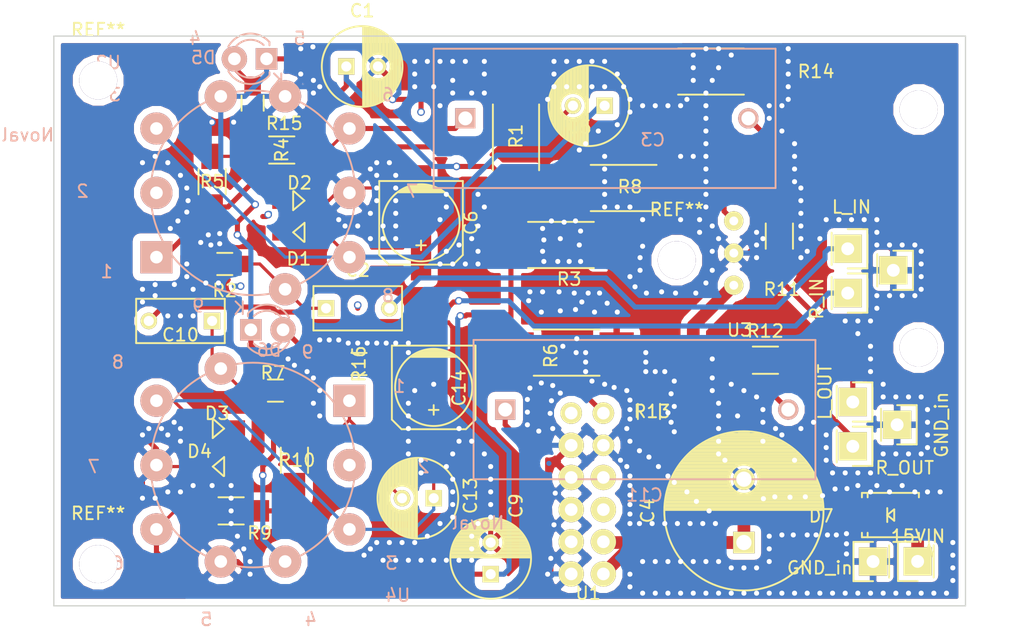
<source format=kicad_pcb>
(kicad_pcb (version 4) (host pcbnew "(2015-04-22 BZR 5620)-product")
  (layers (0 F.Cu signal) (31 B.Cu signal) (34 B.Paste user) (35 F.Paste user) (36 B.SilkS user) (37 F.SilkS user) (38 B.Mask user) (39 F.Mask user) (44 Edge.Cuts user))
  (net 0 "")
  (net 1 GND)
  (net 2 "Net-(C2-Pad1)")
  (net 3 "Net-(C2-Pad2)")
  (net 4 "Net-(C3-Pad2)")
  (net 5 +15V)
  (net 6 "Net-(C5-Pad1)")
  (net 7 "Net-(C10-Pad1)")
  (net 8 "Net-(C10-Pad2)")
  (net 9 "Net-(C11-Pad2)")
  (net 10 "Net-(C13-Pad1)")
  (net 11 "Net-(D1-Pad2)")
  (net 12 "Net-(D3-Pad2)")
  (net 13 "Net-(U1-Pad1)")
  (net 14 "Net-(U1-Pad9)")
  (net 15 "Net-(U1-Pad10)")
  (net 16 /HV)
  (net 17 /HV_sig_L)
  (net 18 /HV_screen_L)
  (net 19 /HV_sig_R)
  (net 20 /HV_screenR)
  (net 21 "Net-(P1-Pad1)")
  (net 22 "Net-(P5-Pad1)")
  (net 23 "Net-(D5-Pad1)")
  (net 24 "Net-(D5-Pad2)")
  (net 25 "Net-(D6-Pad2)")
  (net 26 "Net-(R14-Pad1)")
  (net 27 /15IN)
  (module Mounting_Holes:MountingHole_3mm (layer F.Cu) (at 95.5 116.7)
    (fp_text reference REF** (at 0 -4.0005) (layer F.SilkS))
    (fp_text value MountingHole_3mm)
    (pad 1 thru_hole circle (at 0 0) (size 3 3) (drill 3) (layers))
  )
  (module Mounting_Holes:MountingHole_3mm (layer F.Cu) (at 95.5 78.5)
    (fp_text reference REF** (at 0 -4.0005) (layer F.SilkS))
    (fp_text value MountingHole_3mm)
    (pad 1 thru_hole circle (at 0 0) (size 3 3) (drill 3) (layers))
  )
  (module Capacitors_ThroughHole:C_Radial_D12.5_L25_P5 (layer F.Cu) (at 146.5 115 90)
    (fp_text reference C4 (at 2.5 -7.6 90) (layer F.SilkS))
    (fp_text value 330µ)
    (pad 2 thru_hole circle (at 5 0 90) (size 1.7 1.7) (drill 1.2) (layers *.Cu *.Mask F.SilkS) (net 1 GND))
    (pad 1 thru_hole rect (at 0 0 90) (size 1.7 1.7) (drill 1.2) (layers *.Cu *.Mask F.SilkS) (net 5 +15V))
  )
  (module Pin_Headers:Pin_Header_Straight_1x01 (layer F.Cu) (at 155.1 103.9 270)
    (fp_text reference P1 hide)
    (fp_text value L_OUT (at -0.8 2.2 270) (layer F.SilkS))
    (pad 1 thru_hole rect (at 0 0 270) (size 2.2352 2.2352) (drill 1.016) (layers *.Cu *.Mask F.SilkS) (net 21 "Net-(P1-Pad1)"))
  )
  (module Resistors_SMD:R_2512_HandSoldering (layer F.Cu) (at 132.05 91.5 180)
    (fp_text reference R3 (at -0.65 -2.7 180) (layer F.SilkS))
    (fp_text value 82k)
    (pad 1 smd rect (at -3.95 0 180) (size 2.7 3.2) (layers F.Cu F.Paste F.Mask) (net 1 GND))
    (pad 2 smd rect (at 3.95 0 180) (size 2.7 3.2) (layers F.Cu F.Paste F.Mask) (net 16 /HV))
  )
  (module Resistors_SMD:R_2512_HandSoldering (layer F.Cu) (at 128.5 83 270)
    (fp_text reference R1 (at -0.1 0 270) (layer F.SilkS))
    (fp_text value 82k)
    (pad 1 smd rect (at -3.95 0 270) (size 2.7 3.2) (layers F.Cu F.Paste F.Mask) (net 1 GND))
    (pad 2 smd rect (at 3.95 0 270) (size 2.7 3.2) (layers F.Cu F.Paste F.Mask) (net 16 /HV))
  )
  (module Resistors_SMD:R_2512_HandSoldering (layer F.Cu) (at 137 87 180)
    (fp_text reference R8 (at -0.5 0.1 180) (layer F.SilkS))
    (fp_text value 82k)
    (pad 1 smd rect (at -3.95 0 180) (size 2.7 3.2) (layers F.Cu F.Paste F.Mask) (net 1 GND))
    (pad 2 smd rect (at 3.95 0 180) (size 2.7 3.2) (layers F.Cu F.Paste F.Mask) (net 16 /HV))
  )
  (module Pin_Headers:Pin_Header_Straight_1x01 (layer F.Cu) (at 155.1 107.4 270)
    (fp_text reference P5 hide)
    (fp_text value R_OUT (at 1.7 -4.1 360) (layer F.SilkS))
    (pad 1 thru_hole rect (at 0 0 270) (size 2.2352 2.2352) (drill 1.016) (layers *.Cu *.Mask F.SilkS) (net 22 "Net-(P5-Pad1)"))
  )
  (module Pin_Headers:Pin_Header_Straight_1x01 (layer F.Cu) (at 156.7 116.5 90)
    (fp_text reference P7)
    (fp_text value GND_in (at -0.5 -4.2 180) (layer F.SilkS))
    (pad 1 thru_hole rect (at 0 0 90) (size 2.2352 2.2352) (drill 1.016) (layers *.Cu *.Mask F.SilkS) (net 1 GND))
  )
  (module Valves:VALVE-NOVAL_P (layer B.Cu) (at 107.724 87.38 180)
    (fp_text reference U2 (at 11.43 10.287 180) (layer B.SilkS) (effects (justify mirror)))
    (fp_text value EF86)
    (fp_text user 1 (at 11.557 -6.223 180) (layer B.SilkS) (effects (justify mirror)))
    (fp_text user 2 (at 13.462 0.127 180) (layer B.SilkS) (effects (justify mirror)))
    (fp_text user 3 (at 10.922 7.747 180) (layer B.SilkS) (effects (justify mirror)))
    (fp_text user 4 (at 4.572 12.192 180) (layer B.SilkS) (effects (justify mirror)))
    (fp_text user 5 (at -3.683 12.192 180) (layer B.SilkS) (effects (justify mirror)))
    (fp_text user 6 (at -10.668 7.747 180) (layer B.SilkS) (effects (justify mirror)))
    (fp_text user 7 (at -12.573 0.127 180) (layer B.SilkS) (effects (justify mirror)))
    (fp_text user 8 (at -10.668 -8.128 180) (layer B.SilkS) (effects (justify mirror)))
    (fp_text user 9 (at -4.318 -12.573 180) (layer B.SilkS) (effects (justify mirror)))
    (fp_text user Noval (at 17.78 4.572 180) (layer B.SilkS) (effects (justify mirror)))
    (pad 1 thru_hole rect (at 7.62 -5.08 180) (size 2.54 2.54) (drill 0.99822) (layers *.Cu B.Paste B.SilkS B.Mask) (net 18 /HV_screen_L))
    (pad 2 thru_hole circle (at 7.62 0 180) (size 2.54 5.08) (drill 0.99822) (layers *.Cu B.Paste B.SilkS B.Mask))
    (pad 3 thru_hole circle (at 7.62 5.08 180) (size 2.54 5.08) (drill 0.99822) (layers *.Cu B.Paste B.SilkS B.Mask) (net 6 "Net-(C5-Pad1)"))
    (pad 4 thru_hole circle (at 2.54 7.62 180) (size 2.54 5.08) (drill 0.99822) (layers *.Cu B.Paste B.SilkS B.Mask) (net 23 "Net-(D5-Pad1)"))
    (pad 5 thru_hole circle (at -2.54 7.62 180) (size 2.54 5.08) (drill 0.99822) (layers *.Cu B.Paste B.SilkS B.Mask) (net 1 GND))
    (pad 6 thru_hole circle (at -7.62 5.08 180) (size 2.54 5.08) (drill 0.99822) (layers *.Cu B.Paste B.SilkS B.Mask) (net 17 /HV_sig_L))
    (pad 7 thru_hole circle (at -7.62 0 180) (size 2.54 5.08) (drill 0.99822) (layers *.Cu B.Paste B.SilkS B.Mask) (net 1 GND))
    (pad 8 thru_hole circle (at -7.62 -5.08 180) (size 2.54 5.08) (drill 0.99822) (layers *.Cu B.Paste B.SilkS B.Mask) (net 6 "Net-(C5-Pad1)"))
    (pad 9 thru_hole circle (at -2.54 -7.62 180) (size 2.54 5.08) (drill 0.99822) (layers *.Cu B.Paste B.SilkS B.Mask) (net 2 "Net-(C2-Pad1)"))
  )
  (module Valves:VALVE-NOVAL_P (layer B.Cu) (at 107.724 108.88)
    (fp_text reference U4 (at 11.43 10.287) (layer B.SilkS) (effects (justify mirror)))
    (fp_text value EF86)
    (fp_text user 1 (at 11.557 -6.223) (layer B.SilkS) (effects (justify mirror)))
    (fp_text user 2 (at 13.462 0.127) (layer B.SilkS) (effects (justify mirror)))
    (fp_text user 3 (at 10.922 7.747) (layer B.SilkS) (effects (justify mirror)))
    (fp_text user 4 (at 4.572 12.192) (layer B.SilkS) (effects (justify mirror)))
    (fp_text user 5 (at -3.683 12.192) (layer B.SilkS) (effects (justify mirror)))
    (fp_text user 6 (at -10.668 7.747) (layer B.SilkS) (effects (justify mirror)))
    (fp_text user 7 (at -12.573 0.127) (layer B.SilkS) (effects (justify mirror)))
    (fp_text user 8 (at -10.668 -8.128) (layer B.SilkS) (effects (justify mirror)))
    (fp_text user 9 (at -4.318 -12.573) (layer B.SilkS) (effects (justify mirror)))
    (fp_text user Noval (at 17.78 4.572) (layer B.SilkS) (effects (justify mirror)))
    (pad 1 thru_hole rect (at 7.62 -5.08) (size 2.54 2.54) (drill 0.99822) (layers *.Cu B.Paste B.SilkS B.Mask) (net 20 /HV_screenR))
    (pad 2 thru_hole circle (at 7.62 0) (size 2.54 5.08) (drill 0.99822) (layers *.Cu B.Paste B.SilkS B.Mask))
    (pad 3 thru_hole circle (at 7.62 5.08) (size 2.54 5.08) (drill 0.99822) (layers *.Cu B.Paste B.SilkS B.Mask) (net 10 "Net-(C13-Pad1)"))
    (pad 4 thru_hole circle (at 2.54 7.62) (size 2.54 5.08) (drill 0.99822) (layers *.Cu B.Paste B.SilkS B.Mask) (net 23 "Net-(D5-Pad1)"))
    (pad 5 thru_hole circle (at -2.54 7.62) (size 2.54 5.08) (drill 0.99822) (layers *.Cu B.Paste B.SilkS B.Mask) (net 1 GND))
    (pad 6 thru_hole circle (at -7.62 5.08) (size 2.54 5.08) (drill 0.99822) (layers *.Cu B.Paste B.SilkS B.Mask) (net 19 /HV_sig_R))
    (pad 7 thru_hole circle (at -7.62 0) (size 2.54 5.08) (drill 0.99822) (layers *.Cu B.Paste B.SilkS B.Mask) (net 1 GND))
    (pad 8 thru_hole circle (at -7.62 -5.08) (size 2.54 5.08) (drill 0.99822) (layers *.Cu B.Paste B.SilkS B.Mask) (net 10 "Net-(C13-Pad1)"))
    (pad 9 thru_hole circle (at -2.54 -7.62) (size 2.54 5.08) (drill 0.99822) (layers *.Cu B.Paste B.SilkS B.Mask) (net 7 "Net-(C10-Pad1)"))
  )
  (module Pin_Headers:Pin_Header_Straight_1x01 (layer F.Cu) (at 158.6 105.7 270)
    (fp_text reference P3 hide)
    (fp_text value GND_in (at 0 -3.5 270) (layer F.SilkS))
    (pad 1 thru_hole rect (at 0 0 270) (size 2.2352 2.2352) (drill 1.016) (layers *.Cu *.Mask F.SilkS) (net 1 GND))
  )
  (module Pin_Headers:Pin_Header_Straight_1x01 (layer F.Cu) (at 158.3 93.5 270)
    (fp_text reference P8 hide)
    (fp_text value GND_in)
    (pad 1 thru_hole rect (at 0 0 270) (size 2.2352 2.2352) (drill 1.016) (layers *.Cu *.Mask F.SilkS) (net 1 GND))
  )
  (module Pin_Headers:Pin_Header_Straight_1x01 (layer F.Cu) (at 160.22 116.49 90)
    (fp_text reference P4)
    (fp_text value 15VIN (at 1.99 0.03 180) (layer F.SilkS))
    (pad 1 thru_hole rect (at 0 0 90) (size 2.2352 2.2352) (drill 1.016) (layers *.Cu *.Mask F.SilkS) (net 27 /15IN))
  )
  (module Pin_Headers:Pin_Header_Straight_1x01 (layer F.Cu) (at 154.7 95.3 270)
    (fp_text reference P6)
    (fp_text value R_IN (at 0.45 2.45 270) (layer F.SilkS))
    (pad 1 thru_hole rect (at 0 0 270) (size 2.2352 2.2352) (drill 1.016) (layers *.Cu *.Mask F.SilkS) (net 8 "Net-(C10-Pad2)"))
  )
  (module Pin_Headers:Pin_Header_Straight_1x01 (layer F.Cu) (at 154.7 91.8 270)
    (fp_text reference P2)
    (fp_text value L_IN (at -3.3 -0.3 360) (layer F.SilkS))
    (pad 1 thru_hole rect (at 0 0 270) (size 2.2352 2.2352) (drill 1.016) (layers *.Cu *.Mask F.SilkS) (net 3 "Net-(C2-Pad2)"))
  )
  (module Mounting_Holes:MountingHole_3mm (layer F.Cu) (at 160.3 80.8)
    (fp_text reference REF** hide)
    (fp_text value MountingHole_3mm)
    (pad 1 thru_hole circle (at 0 0) (size 3 3) (drill 3) (layers))
  )
  (module Resistors_SMD:R_2512_HandSoldering (layer F.Cu) (at 132.5 100 180)
    (fp_text reference R6 (at 1.25 -0.25 270) (layer F.SilkS))
    (fp_text value 82k)
    (pad 1 smd rect (at -3.95 0 180) (size 2.7 3.2) (layers F.Cu F.Paste F.Mask) (net 1 GND))
    (pad 2 smd rect (at 3.95 0 180) (size 2.7 3.2) (layers F.Cu F.Paste F.Mask) (net 16 /HV))
  )
  (module Capacitors_ThroughHole:C_Radial_D6.3_L11.2_P2.5 (layer F.Cu) (at 126.5 117.5 90)
    (fp_text reference C9 (at 5.4 2 270) (layer F.SilkS))
    (fp_text value 1µ)
    (pad 2 thru_hole circle (at 2.5 0 90) (size 1.3 1.3) (drill 0.8) (layers *.Cu *.Mask F.SilkS) (net 1 GND))
    (pad 1 thru_hole rect (at 0 0 90) (size 1.3 1.3) (drill 0.8) (layers *.Cu *.Mask F.SilkS) (net 16 /HV))
  )
  (module Resistors_SMD:R_1206_HandSoldering (layer F.Cu) (at 106 112.5 180)
    (fp_text reference R9 (at -2.25 -1.75 180) (layer F.SilkS))
    (fp_text value 100k)
    (pad 1 smd rect (at -2 0 180) (size 2 1.7) (layers F.Cu F.Paste F.Mask) (net 16 /HV))
    (pad 2 smd rect (at 2 0 180) (size 2 1.7) (layers F.Cu F.Paste F.Mask) (net 19 /HV_sig_R))
  )
  (module Capacitors_ThroughHole:C_Rect_L27_W11_P22 (layer B.Cu) (at 127.648 104.5)
    (fp_text reference C11 (at 11 6.75) (layer B.SilkS) (effects (justify mirror)))
    (fp_text value 1µ)
    (pad 1 thru_hole rect (at 0 0) (size 1.6 1.6) (drill 1.1) (layers *.Cu *.Mask B.SilkS) (net 19 /HV_sig_R))
    (pad 2 thru_hole circle (at 22.352 0) (size 1.6 1.6) (drill 1.1) (layers *.Cu *.Mask B.SilkS) (net 9 "Net-(C11-Pad2)"))
  )
  (module Capacitors_ThroughHole:C_Rect_L27_W11_P22 (layer B.Cu) (at 124.5 81.5)
    (fp_text reference C3 (at 14.8 1.7) (layer B.SilkS) (effects (justify mirror)))
    (fp_text value 1µ)
    (pad 1 thru_hole rect (at 0 0) (size 1.6 1.6) (drill 1.1) (layers *.Cu *.Mask B.SilkS) (net 17 /HV_sig_L))
    (pad 2 thru_hole circle (at 22.352 0) (size 1.6 1.6) (drill 1.1) (layers *.Cu *.Mask B.SilkS) (net 4 "Net-(C3-Pad2)"))
  )
  (module Resistors_SMD:R_1206_HandSoldering (layer F.Cu) (at 111 108.5 90)
    (fp_text reference R10 (at 0 0.2 180) (layer F.SilkS))
    (fp_text value 470k)
    (pad 1 smd rect (at -2 0 90) (size 2 1.7) (layers F.Cu F.Paste F.Mask) (net 16 /HV))
    (pad 2 smd rect (at 2 0 90) (size 2 1.7) (layers F.Cu F.Paste F.Mask) (net 20 /HV_screenR))
  )
  (module switch:TSR0.5 (layer F.Cu) (at 143.16 97.22)
    (fp_text reference U3 (at 3 1) (layer F.SilkS))
    (fp_text value TSR0.5)
    (pad 1 thru_hole circle (at 2.54 -2.54) (size 1.524 1.524) (drill 0.7) (layers *.Cu *.Mask F.SilkS) (net 5 +15V))
    (pad 2 thru_hole circle (at 2.54 -5.08) (size 1.524 1.524) (drill 0.7) (layers *.Cu *.Mask F.SilkS) (net 1 GND))
    (pad 3 thru_hole circle (at 2.54 -7.62) (size 1.524 1.524) (drill 0.7) (layers *.Cu *.Mask F.SilkS) (net 26 "Net-(R14-Pad1)"))
  )
  (module Mounting_Holes:MountingHole_3mm (layer F.Cu) (at 160.3 99.6)
    (fp_text reference REF** hide)
    (fp_text value MountingHole_3mm)
    (pad 1 thru_hole circle (at 0 0) (size 3 3) (drill 3) (layers))
  )
  (module Capacitors_ThroughHole:C_Rect_L7_W3.5_P5 (layer F.Cu) (at 113.5 96.5)
    (fp_text reference C2 (at 2.5 -3) (layer F.SilkS))
    (fp_text value 1µ)
    (pad 1 thru_hole rect (at 0 0) (size 1.3 1.3) (drill 0.8) (layers *.Cu *.Mask F.SilkS) (net 2 "Net-(C2-Pad1)"))
    (pad 2 thru_hole circle (at 5 0) (size 1.3 1.3) (drill 0.8) (layers *.Cu *.Mask F.SilkS) (net 3 "Net-(C2-Pad2)"))
  )
  (module Resistors_SMD:R_0805_HandSoldering (layer F.Cu) (at 105.5 93 180)
    (fp_text reference R2 (at 0 -2.1 180) (layer F.SilkS))
    (fp_text value 1M)
    (pad 1 smd rect (at -1.35 0 180) (size 1.5 1.3) (layers F.Cu F.Paste F.Mask) (net 2 "Net-(C2-Pad1)"))
    (pad 2 smd rect (at 1.35 0 180) (size 1.5 1.3) (layers F.Cu F.Paste F.Mask) (net 1 GND))
  )
  (module Capacitors_ThroughHole:C_Rect_L7_W3.5_P5 (layer F.Cu) (at 104.5 97.5 180)
    (fp_text reference C10 (at 2.5 -1.1 180) (layer F.SilkS))
    (fp_text value 1µ)
    (pad 1 thru_hole rect (at 0 0 180) (size 1.3 1.3) (drill 0.8) (layers *.Cu *.Mask F.SilkS) (net 7 "Net-(C10-Pad1)"))
    (pad 2 thru_hole circle (at 5 0 180) (size 1.3 1.3) (drill 0.8) (layers *.Cu *.Mask F.SilkS) (net 8 "Net-(C10-Pad2)"))
  )
  (module Resistors_SMD:R_0805_HandSoldering (layer F.Cu) (at 109.5 103)
    (fp_text reference R7 (at -0.2 -1.4) (layer F.SilkS))
    (fp_text value 1M)
    (pad 1 smd rect (at -1.35 0) (size 1.5 1.3) (layers F.Cu F.Paste F.Mask) (net 7 "Net-(C10-Pad1)"))
    (pad 2 smd rect (at 1.35 0) (size 1.5 1.3) (layers F.Cu F.Paste F.Mask) (net 1 GND))
  )
  (module Resistors_SMD:R_1206_HandSoldering (layer F.Cu) (at 104.5 86.5 270)
    (fp_text reference R5 (at 0 0 360) (layer F.SilkS))
    (fp_text value 470k)
    (pad 1 smd rect (at -2 0 270) (size 2 1.7) (layers F.Cu F.Paste F.Mask) (net 16 /HV))
    (pad 2 smd rect (at 2 0 270) (size 2 1.7) (layers F.Cu F.Paste F.Mask) (net 18 /HV_screen_L))
  )
  (module Capacitors_ThroughHole:C_Radial_D6.3_L11.2_P2.5 (layer F.Cu) (at 115.1 77.4)
    (fp_text reference C1 (at 1.25 -4.4) (layer F.SilkS))
    (fp_text value 1µ)
    (pad 2 thru_hole circle (at 2.5 0) (size 1.3 1.3) (drill 0.8) (layers *.Cu *.Mask F.SilkS) (net 1 GND))
    (pad 1 thru_hole rect (at 0 0) (size 1.3 1.3) (drill 0.8) (layers *.Cu *.Mask F.SilkS) (net 16 /HV))
  )
  (module Resistors_SMD:R_1206_HandSoldering (layer F.Cu) (at 110 84)
    (fp_text reference R4 (at 0 0 90) (layer F.SilkS))
    (fp_text value 100k)
    (pad 1 smd rect (at -2 0) (size 2 1.7) (layers F.Cu F.Paste F.Mask) (net 16 /HV))
    (pad 2 smd rect (at 2 0) (size 2 1.7) (layers F.Cu F.Paste F.Mask) (net 17 /HV_sig_L))
  )
  (module Mounting_Holes:MountingHole_3mm (layer F.Cu) (at 141.2 92.7)
    (fp_text reference REF** (at 0 -4.0005) (layer F.SilkS))
    (fp_text value MountingHole_3mm)
    (pad 1 thru_hole circle (at 0 0) (size 3 3) (drill 3) (layers))
  )
  (module Capacitors_ThroughHole:C_Radial_D6.3_L11.2_P2.5 (layer F.Cu) (at 135.5 80.5 180)
    (fp_text reference C5 (at 2 -1.7 180) (layer F.SilkS))
    (fp_text value 1µ)
    (pad 2 thru_hole circle (at 2.5 0 180) (size 1.3 1.3) (drill 0.8) (layers *.Cu *.Mask F.SilkS) (net 18 /HV_screen_L))
    (pad 1 thru_hole rect (at 0 0 180) (size 1.3 1.3) (drill 0.8) (layers *.Cu *.Mask F.SilkS) (net 6 "Net-(C5-Pad1)"))
  )
  (module Capacitors_ThroughHole:C_Radial_D6.3_L11.2_P2.5 (layer F.Cu) (at 122 111.5 180)
    (fp_text reference C13 (at -2.9 0.2 270) (layer F.SilkS))
    (fp_text value 1µ)
    (pad 2 thru_hole circle (at 2.5 0 180) (size 1.3 1.3) (drill 0.8) (layers *.Cu *.Mask F.SilkS) (net 20 /HV_screenR))
    (pad 1 thru_hole rect (at 0 0 180) (size 1.3 1.3) (drill 0.8) (layers *.Cu *.Mask F.SilkS) (net 10 "Net-(C13-Pad1)"))
  )
  (module Capacitors_SMD:c_elec_6.3x7.7 (layer F.Cu) (at 121 89.74918 270)
    (fp_text reference C6 (at 0 -3.937 270) (layer F.SilkS))
    (fp_text value 330µ)
    (pad 1 smd rect (at 2.75082 0 270) (size 3.59918 1.6002) (layers F.Cu F.Paste F.Mask) (net 6 "Net-(C5-Pad1)"))
    (pad 2 smd rect (at -2.75082 0 270) (size 3.59918 1.6002) (layers F.Cu F.Paste F.Mask) (net 1 GND))
  )
  (module Capacitors_SMD:c_elec_6.3x7.7 (layer F.Cu) (at 122 102.74918 270)
    (fp_text reference C14 (at 0.05082 -2 270) (layer F.SilkS))
    (fp_text value 330µ)
    (pad 1 smd rect (at 2.75082 0 270) (size 3.59918 1.6002) (layers F.Cu F.Paste F.Mask) (net 10 "Net-(C13-Pad1)"))
    (pad 2 smd rect (at -2.75082 0 270) (size 3.59918 1.6002) (layers F.Cu F.Paste F.Mask) (net 1 GND))
  )
  (module switch:D_0805_HandSoldering (layer F.Cu) (at 111.35 90.5 180)
    (fp_text reference D1 (at 0 -2.1 180) (layer F.SilkS))
    (fp_text value D)
    (pad 1 smd rect (at -1.35 0 180) (size 1.5 1.3) (layers F.Cu F.Paste F.Mask) (net 6 "Net-(C5-Pad1)"))
    (pad 2 smd rect (at 1.35 0 180) (size 1.5 1.3) (layers F.Cu F.Paste F.Mask) (net 11 "Net-(D1-Pad2)"))
  )
  (module switch:D_0805_HandSoldering (layer F.Cu) (at 111.35 88)
    (fp_text reference D2 (at 0.05 -1.4) (layer F.SilkS))
    (fp_text value D)
    (pad 1 smd rect (at -1.35 0) (size 1.5 1.3) (layers F.Cu F.Paste F.Mask) (net 11 "Net-(D1-Pad2)"))
    (pad 2 smd rect (at 1.35 0) (size 1.5 1.3) (layers F.Cu F.Paste F.Mask) (net 1 GND))
  )
  (module switch:D_0805_HandSoldering (layer F.Cu) (at 105 106)
    (fp_text reference D3 (at -0.1 -1.2) (layer F.SilkS))
    (fp_text value D)
    (pad 1 smd rect (at -1.35 0) (size 1.5 1.3) (layers F.Cu F.Paste F.Mask) (net 10 "Net-(C13-Pad1)"))
    (pad 2 smd rect (at 1.35 0) (size 1.5 1.3) (layers F.Cu F.Paste F.Mask) (net 12 "Net-(D3-Pad2)"))
  )
  (module switch:D_0805_HandSoldering (layer F.Cu) (at 105 109 180)
    (fp_text reference D4 (at 1.5 1.2 540) (layer F.SilkS))
    (fp_text value D)
    (pad 1 smd rect (at -1.35 0 180) (size 1.5 1.3) (layers F.Cu F.Paste F.Mask) (net 12 "Net-(D3-Pad2)"))
    (pad 2 smd rect (at 1.35 0 180) (size 1.5 1.3) (layers F.Cu F.Paste F.Mask) (net 1 GND))
  )
  (module Resistors_SMD:R_1206_HandSoldering (layer F.Cu) (at 149.3 90.8 270)
    (fp_text reference R11 (at 4.2 -0.2 540) (layer F.SilkS))
    (fp_text value 100k)
    (pad 1 smd rect (at -2 0 270) (size 2 1.7) (layers F.Cu F.Paste F.Mask) (net 4 "Net-(C3-Pad2)"))
    (pad 2 smd rect (at 2 0 270) (size 2 1.7) (layers F.Cu F.Paste F.Mask) (net 21 "Net-(P1-Pad1)"))
  )
  (module Resistors_SMD:R_1206_HandSoldering (layer F.Cu) (at 148.2 100.6)
    (fp_text reference R12 (at 0 -2.3) (layer F.SilkS))
    (fp_text value 100k)
    (pad 1 smd rect (at -2 0) (size 2 1.7) (layers F.Cu F.Paste F.Mask) (net 9 "Net-(C11-Pad2)"))
    (pad 2 smd rect (at 2 0) (size 2 1.7) (layers F.Cu F.Paste F.Mask) (net 22 "Net-(P5-Pad1)"))
  )
  (module Resistors_SMD:R_0805_HandSoldering (layer F.Cu) (at 139 104.65 90)
    (fp_text reference R13 (at 0 0.25 180) (layer F.SilkS))
    (fp_text value 10k)
    (pad 1 smd rect (at -1.35 0 90) (size 1.5 1.3) (layers F.Cu F.Paste F.Mask) (net 5 +15V))
    (pad 2 smd rect (at 1.35 0 90) (size 1.5 1.3) (layers F.Cu F.Paste F.Mask) (net 1 GND))
  )
  (module Resistors_SMD:R_2512_HandSoldering (layer F.Cu) (at 143.9 77.8 180)
    (fp_text reference R14 (at -8.3 0 180) (layer F.SilkS))
    (fp_text value 1)
    (pad 1 smd rect (at -3.95 0 180) (size 2.7 3.2) (layers F.Cu F.Paste F.Mask) (net 26 "Net-(R14-Pad1)"))
    (pad 2 smd rect (at 3.95 0 180) (size 2.7 3.2) (layers F.Cu F.Paste F.Mask) (net 23 "Net-(D5-Pad1)"))
  )
  (module Resistors_SMD:R_0805_HandSoldering (layer F.Cu) (at 107.7 80.3 270)
    (fp_text reference R15 (at 1.6 -2.5 360) (layer F.SilkS))
    (fp_text value 1k)
    (pad 1 smd rect (at -1.35 0 270) (size 1.5 1.3) (layers F.Cu F.Paste F.Mask) (net 24 "Net-(D5-Pad2)"))
    (pad 2 smd rect (at 1.35 0 270) (size 1.5 1.3) (layers F.Cu F.Paste F.Mask) (net 1 GND))
  )
  (module LEDs:LED-3MM (layer B.Cu) (at 108.8 76.8 180)
    (fp_text reference D5 (at 5 0.1 180) (layer B.SilkS) (effects (justify mirror)))
    (fp_text value LED)
    (fp_text user K (at -0.9 -1.7 180) (layer B.SilkS) (effects (justify mirror)))
    (pad 1 thru_hole rect (at 0 0 90) (size 1.69926 1.69926) (drill 1.00076) (layers *.Cu *.Mask B.SilkS) (net 23 "Net-(D5-Pad1)"))
    (pad 2 thru_hole circle (at 2.54 0 180) (size 1.99898 1.99898) (drill 1.00076) (layers *.Cu *.Mask B.SilkS) (net 24 "Net-(D5-Pad2)"))
  )
  (module LEDs:LED-3MM (layer B.Cu) (at 107.56 98.2)
    (fp_text reference D6 (at 1.44 1.6) (layer B.SilkS) (effects (justify mirror)))
    (fp_text value LED)
    (fp_text user K (at -0.9 -1.7) (layer B.SilkS) (effects (justify mirror)))
    (pad 1 thru_hole rect (at 0 0 270) (size 1.69926 1.69926) (drill 1.00076) (layers *.Cu *.Mask B.SilkS) (net 23 "Net-(D5-Pad1)"))
    (pad 2 thru_hole circle (at 2.54 0) (size 1.99898 1.99898) (drill 1.00076) (layers *.Cu *.Mask B.SilkS) (net 25 "Net-(D6-Pad2)"))
  )
  (module switch:PSU1363 (layer F.Cu) (at 132.86 117.28)
    (fp_text reference U1 (at 1.34 1.72) (layer F.SilkS))
    (fp_text value 1363HVSMPS)
    (pad 1 thru_hole circle (at 0 -12.5) (size 1.7 1.7) (drill 1) (layers *.Cu *.Mask F.SilkS) (net 13 "Net-(U1-Pad1)"))
    (pad 7 thru_hole circle (at 2.54 -12.5) (size 1.7 1.7) (drill 1) (layers *.Cu *.Mask F.SilkS) (net 16 /HV))
    (pad 2 thru_hole circle (at 0 -9.96) (size 2 2) (drill 1) (layers *.Cu *.Mask F.SilkS) (net 1 GND))
    (pad 8 thru_hole circle (at 2.54 -9.96) (size 1.7 1.7) (drill 1) (layers *.Cu *.Mask F.SilkS) (net 1 GND))
    (pad 3 thru_hole circle (at 0 -7.42) (size 2 2) (drill 1) (layers *.Cu *.Mask F.SilkS) (net 1 GND))
    (pad 9 thru_hole circle (at 2.54 -7.42) (size 2 2) (drill 1) (layers *.Cu *.Mask F.SilkS) (net 14 "Net-(U1-Pad9)"))
    (pad 4 thru_hole circle (at 0 -4.88) (size 2 2) (drill 1) (layers *.Cu *.Mask F.SilkS) (net 1 GND))
    (pad 10 thru_hole circle (at 2.54 -4.88) (size 2 2) (drill 1) (layers *.Cu *.Mask F.SilkS) (net 15 "Net-(U1-Pad10)"))
    (pad 5 thru_hole circle (at 0 -2.34) (size 2 2) (drill 1) (layers *.Cu *.Mask F.SilkS) (net 1 GND))
    (pad 11 thru_hole circle (at 2.54 -2.34) (size 2 2) (drill 1) (layers *.Cu *.Mask F.SilkS) (net 5 +15V))
    (pad 6 thru_hole circle (at 0 0.2) (size 2 2) (drill 1) (layers *.Cu *.Mask F.SilkS) (net 1 GND))
    (pad 12 thru_hole circle (at 2.54 0.2) (size 2 2) (drill 1) (layers *.Cu *.Mask F.SilkS) (net 5 +15V))
  )
  (module Resistors_SMD:R_0805_HandSoldering (layer F.Cu) (at 116.1 100.9)
    (fp_text reference R16 (at 0 0 90) (layer F.SilkS))
    (fp_text value 1k)
    (pad 1 smd rect (at -1.35 0) (size 1.5 1.3) (layers F.Cu F.Paste F.Mask) (net 25 "Net-(D6-Pad2)"))
    (pad 2 smd rect (at 1.35 0) (size 1.5 1.3) (layers F.Cu F.Paste F.Mask) (net 1 GND))
  )
  (module Diodes_SMD:Diode-SMA_Handsoldering (layer F.Cu) (at 158.07064 112.83)
    (fp_text reference D7 (at -5.47064 0.07 180) (layer F.SilkS))
    (fp_text value D_S)
    (fp_text user A (at 3.05 2.85) (layer F.SilkS))
    (pad 1 smd rect (at -2.49936 0) (size 3.50012 1.80086) (layers F.Cu F.Paste F.Mask) (net 5 +15V))
    (pad 2 smd rect (at 2.49936 0) (size 3.50012 1.80086) (layers F.Cu F.Paste F.Mask) (net 27 /15IN))
  )
  (gr_line (start 164 75) (end 92 75) (layer Edge.Cuts) (width 0.1))
  (gr_line (start 164 120) (end 164 75) (layer Edge.Cuts) (width 0.1))
  (gr_line (start 92 120) (end 164 120) (layer Edge.Cuts) (width 0.1))
  (gr_line (start 92 120) (end 92 75) (layer Edge.Cuts) (width 0.1))
  (segment (start 130.751825 107.248175) (end 131.097376 107.593726) (width 0.4) (layer F.Cu) (net 0))
  (segment (start 131.097376 108.747366) (end 131.10001 108.75) (width 0.4) (layer B.Cu) (net 0))
  (segment (start 116 96.5) (end 116 96.25) (width 0.4) (layer F.Cu) (net 0))
  (via (at 116 96.25) (size 0.6) (drill 0.4) (layers F.Cu B.Cu) (net 0))
  (segment (start 106.75 94.75) (end 106.5 94.75) (width 0.4) (layer F.Cu) (net 0))
  (segment (start 106.25 94.75) (end 106.75 94.75) (width 0.4) (layer B.Cu) (net 0))
  (via (at 106.75 94.75) (size 0.6) (drill 0.4) (layers F.Cu B.Cu) (net 0))
  (segment (start 108.927993 89.10081) (end 109.028803 89) (width 0.4) (layer B.Cu) (net 0))
  (segment (start 108.5 89.25) (end 108.778803 89.25) (width 0.4) (layer F.Cu) (net 0))
  (segment (start 108.778803 89.25) (end 108.927993 89.10081) (width 0.4) (layer F.Cu) (net 0))
  (via (at 108.927993 89.10081) (size 0.6) (drill 0.4) (layers F.Cu B.Cu) (net 0))
  (segment (start 121 80) (end 121 81) (width 0.4) (layer F.Cu) (net 0))
  (via (at 121 81) (size 0.6) (drill 0.4) (layers F.Cu B.Cu) (net 0))
  (segment (start 118.75 80) (end 121 80) (width 0.4) (layer F.Cu) (net 0))
  (segment (start 119.25 77.5) (end 119.25 79.5) (width 0.4) (layer B.Cu) (net 0))
  (segment (start 119.25 79.5) (end 118.75 80) (width 0.4) (layer B.Cu) (net 0))
  (via (at 118.75 80) (size 0.6) (drill 0.4) (layers F.Cu B.Cu) (net 0))
  (segment (start 131 79.25) (end 130.8 79.05) (width 0.4) (layer F.Cu) (net 1))
  (segment (start 130.8 79.05) (end 128.5 79.05) (width 0.4) (layer F.Cu) (net 1))
  (segment (start 131 80) (end 131 79.25) (width 0.4) (layer F.Cu) (net 1))
  (segment (start 104.48399 81.8) (end 104.059726 81.8) (width 0.4) (layer F.Cu) (net 1))
  (segment (start 104.059726 81.8) (end 101 84.859726) (width 0.4) (layer F.Cu) (net 1))
  (segment (start 101 84.859726) (end 101 85) (width 0.4) (layer F.Cu) (net 1))
  (segment (start 144 100.5) (end 144 99.5) (width 0.4) (layer B.Cu) (net 1))
  (segment (start 144 102) (end 144 100.5) (width 0.4) (layer F.Cu) (net 1))
  (via (at 144 100.5) (size 0.6) (drill 0.4) (layers F.Cu B.Cu) (net 1))
  (segment (start 144 103) (end 144 102) (width 0.4) (layer B.Cu) (net 1))
  (via (at 144 102) (size 0.6) (drill 0.4) (layers F.Cu B.Cu) (net 1))
  (segment (start 144.5 104) (end 144.5 103.5) (width 0.4) (layer F.Cu) (net 1))
  (segment (start 144.5 103.5) (end 144 103) (width 0.4) (layer F.Cu) (net 1))
  (via (at 144 103) (size 0.6) (drill 0.4) (layers F.Cu B.Cu) (net 1))
  (segment (start 144.5 105) (end 144.5 104) (width 0.4) (layer B.Cu) (net 1))
  (via (at 144.5 104) (size 0.6) (drill 0.4) (layers F.Cu B.Cu) (net 1))
  (segment (start 144.5 106) (end 144.5 105) (width 0.4) (layer F.Cu) (net 1))
  (via (at 144.5 105) (size 0.6) (drill 0.4) (layers F.Cu B.Cu) (net 1))
  (segment (start 144.5 107) (end 144.5 106) (width 0.4) (layer B.Cu) (net 1))
  (via (at 144.5 106) (size 0.6) (drill 0.4) (layers F.Cu B.Cu) (net 1))
  (segment (start 144.5 108) (end 144.5 107) (width 0.4) (layer F.Cu) (net 1))
  (via (at 144.5 107) (size 0.6) (drill 0.4) (layers F.Cu B.Cu) (net 1))
  (segment (start 145 108.5) (end 144.5 108) (width 0.4) (layer B.Cu) (net 1))
  (via (at 144.5 108) (size 0.6) (drill 0.4) (layers F.Cu B.Cu) (net 1))
  (segment (start 146.5 110) (end 145 108.5) (width 0.4) (layer F.Cu) (net 1))
  (via (at 145 108.5) (size 0.6) (drill 0.4) (layers F.Cu B.Cu) (net 1))
  (segment (start 162 111) (end 163 111) (width 0.4) (layer B.Cu) (net 1))
  (segment (start 161 111) (end 162 111) (width 0.4) (layer F.Cu) (net 1))
  (via (at 162 111) (size 0.6) (drill 0.4) (layers F.Cu B.Cu) (net 1))
  (segment (start 160 111) (end 161 111) (width 0.4) (layer B.Cu) (net 1))
  (via (at 161 111) (size 0.6) (drill 0.4) (layers F.Cu B.Cu) (net 1))
  (segment (start 159 110.5) (end 159.5 110.5) (width 0.4) (layer F.Cu) (net 1))
  (segment (start 159.5 110.5) (end 160 111) (width 0.4) (layer F.Cu) (net 1))
  (via (at 160 111) (size 0.6) (drill 0.4) (layers F.Cu B.Cu) (net 1))
  (segment (start 158 111) (end 158.5 111) (width 0.4) (layer B.Cu) (net 1))
  (segment (start 158.5 111) (end 159 110.5) (width 0.4) (layer B.Cu) (net 1))
  (via (at 159 110.5) (size 0.6) (drill 0.4) (layers F.Cu B.Cu) (net 1))
  (segment (start 157 110.5) (end 157.5 110.5) (width 0.4) (layer F.Cu) (net 1))
  (via (at 158 111) (size 0.6) (drill 0.4) (layers F.Cu B.Cu) (net 1))
  (segment (start 157.5 110.5) (end 158 111) (width 0.4) (layer F.Cu) (net 1))
  (segment (start 156.5 111) (end 157 110.5) (width 0.4) (layer B.Cu) (net 1))
  (via (at 157 110.5) (size 0.6) (drill 0.4) (layers F.Cu B.Cu) (net 1))
  (segment (start 155.5 110.5) (end 156 110.5) (width 0.4) (layer F.Cu) (net 1))
  (segment (start 156 110.5) (end 156.5 111) (width 0.4) (layer F.Cu) (net 1))
  (via (at 156.5 111) (size 0.6) (drill 0.4) (layers F.Cu B.Cu) (net 1))
  (segment (start 154.64 110.74) (end 155.26 110.74) (width 0.4) (layer B.Cu) (net 1))
  (segment (start 155.26 110.74) (end 155.5 110.5) (width 0.4) (layer B.Cu) (net 1))
  (via (at 155.5 110.5) (size 0.6) (drill 0.4) (layers F.Cu B.Cu) (net 1))
  (segment (start 153.7 110.77) (end 154.61 110.77) (width 0.4) (layer F.Cu) (net 1))
  (segment (start 154.61 110.77) (end 154.64 110.74) (width 0.4) (layer F.Cu) (net 1))
  (via (at 154.64 110.74) (size 0.6) (drill 0.4) (layers F.Cu B.Cu) (net 1))
  (segment (start 152.71 111.3) (end 153.17 111.3) (width 0.4) (layer B.Cu) (net 1))
  (segment (start 153.17 111.3) (end 153.7 110.77) (width 0.4) (layer B.Cu) (net 1))
  (via (at 153.7 110.77) (size 0.6) (drill 0.4) (layers F.Cu B.Cu) (net 1))
  (segment (start 151.35 111.39) (end 152.62 111.39) (width 0.4) (layer F.Cu) (net 1))
  (segment (start 152.62 111.39) (end 152.71 111.3) (width 0.4) (layer F.Cu) (net 1))
  (via (at 152.71 111.3) (size 0.6) (drill 0.4) (layers F.Cu B.Cu) (net 1))
  (segment (start 150.14 111.42) (end 151.32 111.42) (width 0.4) (layer B.Cu) (net 1))
  (segment (start 151.32 111.42) (end 151.35 111.39) (width 0.4) (layer B.Cu) (net 1))
  (via (at 151.35 111.39) (size 0.6) (drill 0.4) (layers F.Cu B.Cu) (net 1))
  (segment (start 148.94 111.39) (end 150.11 111.39) (width 0.4) (layer F.Cu) (net 1))
  (segment (start 150.11 111.39) (end 150.14 111.42) (width 0.4) (layer F.Cu) (net 1))
  (via (at 150.14 111.42) (size 0.6) (drill 0.4) (layers F.Cu B.Cu) (net 1))
  (segment (start 148.04 111.54) (end 148.79 111.54) (width 0.4) (layer B.Cu) (net 1))
  (segment (start 148.79 111.54) (end 148.94 111.39) (width 0.4) (layer B.Cu) (net 1))
  (via (at 148.94 111.39) (size 0.6) (drill 0.4) (layers F.Cu B.Cu) (net 1))
  (segment (start 146.5 110) (end 148.04 111.54) (width 0.4) (layer F.Cu) (net 1))
  (via (at 148.04 111.54) (size 0.6) (drill 0.4) (layers F.Cu B.Cu) (net 1))
  (segment (start 154.6 115.9) (end 154.6 117.9) (width 0.4) (layer F.Cu) (net 1))
  (segment (start 154.6 117.9) (end 153.5 119) (width 0.4) (layer F.Cu) (net 1))
  (segment (start 113.75 99) (end 113 99) (width 0.4) (layer B.Cu) (net 1))
  (via (at 113 99) (size 0.6) (drill 0.4) (layers F.Cu B.Cu) (net 1))
  (segment (start 114.5 99) (end 113.75 99) (width 0.4) (layer F.Cu) (net 1))
  (via (at 113.75 99) (size 0.6) (drill 0.4) (layers F.Cu B.Cu) (net 1))
  (segment (start 115.25 99.25) (end 114.75 99.25) (width 0.4) (layer B.Cu) (net 1))
  (segment (start 114.75 99.25) (end 114.5 99) (width 0.4) (layer B.Cu) (net 1))
  (via (at 114.5 99) (size 0.6) (drill 0.4) (layers F.Cu B.Cu) (net 1))
  (segment (start 116 99.25) (end 115.25 99.25) (width 0.4) (layer F.Cu) (net 1))
  (via (at 115.25 99.25) (size 0.6) (drill 0.4) (layers F.Cu B.Cu) (net 1))
  (segment (start 116.25 99.25) (end 116 99.25) (width 0.4) (layer B.Cu) (net 1))
  (via (at 116 99.25) (size 0.6) (drill 0.4) (layers F.Cu B.Cu) (net 1))
  (segment (start 116.75 99.25) (end 116.25 99.25) (width 0.4) (layer B.Cu) (net 1))
  (segment (start 116.75 99.25) (end 116.25 99.25) (width 0.4) (layer F.Cu) (net 1))
  (segment (start 117.5 99.25) (end 116.75 99.25) (width 0.4) (layer B.Cu) (net 1))
  (via (at 116.75 99.25) (size 0.6) (drill 0.4) (layers F.Cu B.Cu) (net 1))
  (segment (start 118.25 99.25) (end 117.5 99.25) (width 0.4) (layer F.Cu) (net 1))
  (via (at 117.5 99.25) (size 0.6) (drill 0.4) (layers F.Cu B.Cu) (net 1))
  (segment (start 119 99.25) (end 118.25 99.25) (width 0.4) (layer B.Cu) (net 1))
  (via (at 118.25 99.25) (size 0.6) (drill 0.4) (layers F.Cu B.Cu) (net 1))
  (segment (start 119.5 99.25) (end 119 99.25) (width 0.4) (layer F.Cu) (net 1))
  (via (at 119 99.25) (size 0.6) (drill 0.4) (layers F.Cu B.Cu) (net 1))
  (segment (start 120 99.25) (end 119.5 99.25) (width 0.4) (layer F.Cu) (net 1))
  (segment (start 120 99.5) (end 120 99.25) (width 0.4) (layer B.Cu) (net 1))
  (via (at 120 99.25) (size 0.6) (drill 0.4) (layers F.Cu B.Cu) (net 1))
  (segment (start 120 100) (end 120 99.5) (width 0.4) (layer B.Cu) (net 1))
  (segment (start 122 99.99836) (end 120.00164 99.99836) (width 0.4) (layer F.Cu) (net 1))
  (segment (start 120.00164 99.99836) (end 120 100) (width 0.4) (layer F.Cu) (net 1))
  (via (at 120 100) (size 0.6) (drill 0.4) (layers F.Cu B.Cu) (net 1))
  (segment (start 139 103.3) (end 139 103.2) (width 0.4) (layer F.Cu) (net 1))
  (segment (start 139 103.2) (end 136.45 100.65) (width 0.4) (layer F.Cu) (net 1))
  (segment (start 136.45 100.65) (end 136.45 100) (width 0.4) (layer F.Cu) (net 1))
  (segment (start 107.7 81.65) (end 108.374 81.65) (width 0.4) (layer F.Cu) (net 1))
  (segment (start 108.374 81.65) (end 110.264 79.76) (width 0.4) (layer F.Cu) (net 1))
  (segment (start 117.45 100.9) (end 121.09836 100.9) (width 0.4) (layer F.Cu) (net 1))
  (segment (start 121.09836 100.9) (end 122 99.99836) (width 0.4) (layer F.Cu) (net 1))
  (segment (start 121 86.99836) (end 115.72564 86.99836) (width 0.25) (layer F.Cu) (net 1))
  (segment (start 115.72564 86.99836) (end 115.344 87.38) (width 0.25) (layer F.Cu) (net 1))
  (segment (start 112.7 88) (end 113.7 88) (width 0.25) (layer F.Cu) (net 1))
  (segment (start 113.7 88) (end 114.32 87.38) (width 0.25) (layer F.Cu) (net 1))
  (segment (start 114.32 87.38) (end 115.344 87.38) (width 0.25) (layer F.Cu) (net 1))
  (segment (start 103.65 109) (end 100.224 109) (width 0.25) (layer F.Cu) (net 1))
  (segment (start 100.224 109) (end 100.104 108.88) (width 0.25) (layer F.Cu) (net 1))
  (segment (start 100.224 109) (end 100.104 108.88) (width 0.25) (layer F.Cu) (net 1))
  (segment (start 130.82365 107.32) (end 130.751825 107.248175) (width 0.4) (layer B.Cu) (net 1))
  (segment (start 132.86 107.32) (end 130.82365 107.32) (width 0.4) (layer B.Cu) (net 1))
  (segment (start 135.57 107.32) (end 136.75 108.5) (width 0.4) (layer B.Cu) (net 1))
  (via (at 136.75 108.5) (size 0.6) (drill 0.4) (layers F.Cu B.Cu) (net 1))
  (segment (start 135.4 107.32) (end 135.57 107.32) (width 0.4) (layer B.Cu) (net 1))
  (via (at 137.25 109) (size 0.6) (drill 0.4) (layers F.Cu B.Cu) (net 1))
  (segment (start 136.75 108.5) (end 137.25 109) (width 0.4) (layer F.Cu) (net 1))
  (via (at 137.5 109.75) (size 0.6) (drill 0.4) (layers F.Cu B.Cu) (net 1))
  (segment (start 137.25 109.5) (end 137.5 109.75) (width 0.4) (layer B.Cu) (net 1))
  (segment (start 137.25 109) (end 137.25 109.5) (width 0.4) (layer B.Cu) (net 1))
  (via (at 137.5 110.5) (size 0.6) (drill 0.4) (layers F.Cu B.Cu) (net 1))
  (segment (start 137.5 109.75) (end 137.5 110.5) (width 0.4) (layer F.Cu) (net 1))
  (via (at 137.5 111.25) (size 0.6) (drill 0.4) (layers F.Cu B.Cu) (net 1))
  (segment (start 137.5 110.5) (end 137.5 111.25) (width 0.4) (layer B.Cu) (net 1))
  (via (at 137.5 112) (size 0.6) (drill 0.4) (layers F.Cu B.Cu) (net 1))
  (segment (start 137.5 111.25) (end 137.5 112) (width 0.4) (layer F.Cu) (net 1))
  (via (at 137.5 112.75) (size 0.6) (drill 0.4) (layers F.Cu B.Cu) (net 1))
  (segment (start 137.5 112) (end 137.5 112.75) (width 0.4) (layer B.Cu) (net 1))
  (via (at 137.5 113.5) (size 0.6) (drill 0.4) (layers F.Cu B.Cu) (net 1))
  (segment (start 137.5 112.75) (end 137.5 113.5) (width 0.4) (layer F.Cu) (net 1))
  (via (at 138.25 113.5) (size 0.6) (drill 0.4) (layers F.Cu B.Cu) (net 1))
  (segment (start 137.5 113.5) (end 138.25 113.5) (width 0.4) (layer B.Cu) (net 1))
  (via (at 139.25 113.5) (size 0.6) (drill 0.4) (layers F.Cu B.Cu) (net 1))
  (segment (start 138.25 113.5) (end 139.25 113.5) (width 0.4) (layer F.Cu) (net 1))
  (via (at 140.25 113.5) (size 0.6) (drill 0.4) (layers F.Cu B.Cu) (net 1))
  (segment (start 139.25 113.5) (end 140.25 113.5) (width 0.4) (layer B.Cu) (net 1))
  (via (at 141.25 113.5) (size 0.6) (drill 0.4) (layers F.Cu B.Cu) (net 1))
  (segment (start 140.25 113.5) (end 141.25 113.5) (width 0.4) (layer F.Cu) (net 1))
  (via (at 142.25 113.5) (size 0.6) (drill 0.4) (layers F.Cu B.Cu) (net 1))
  (segment (start 141.25 113.5) (end 142.25 113.5) (width 0.4) (layer B.Cu) (net 1))
  (via (at 143.25 113.5) (size 0.6) (drill 0.4) (layers F.Cu B.Cu) (net 1))
  (segment (start 142.25 113.5) (end 143.25 113.5) (width 0.4) (layer F.Cu) (net 1))
  (via (at 144.25 113.5) (size 0.6) (drill 0.4) (layers F.Cu B.Cu) (net 1))
  (segment (start 143.25 113.5) (end 144.25 113.5) (width 0.4) (layer B.Cu) (net 1))
  (via (at 143.75 112.5) (size 0.6) (drill 0.4) (layers F.Cu B.Cu) (net 1))
  (segment (start 144.25 113) (end 143.75 112.5) (width 0.4) (layer F.Cu) (net 1))
  (segment (start 144.25 113.5) (end 144.25 113) (width 0.4) (layer F.Cu) (net 1))
  (via (at 142.75 111.75) (size 0.6) (drill 0.4) (layers F.Cu B.Cu) (net 1))
  (segment (start 143.5 112.5) (end 142.75 111.75) (width 0.4) (layer B.Cu) (net 1))
  (segment (start 143.75 112.5) (end 143.5 112.5) (width 0.4) (layer B.Cu) (net 1))
  (via (at 142 111) (size 0.6) (drill 0.4) (layers F.Cu B.Cu) (net 1))
  (segment (start 142.75 111.75) (end 142 111) (width 0.4) (layer F.Cu) (net 1))
  (via (at 141 110.25) (size 0.6) (drill 0.4) (layers F.Cu B.Cu) (net 1))
  (segment (start 141.75 111) (end 141 110.25) (width 0.4) (layer B.Cu) (net 1))
  (segment (start 142 111) (end 141.75 111) (width 0.4) (layer B.Cu) (net 1))
  (via (at 140.5 109.75) (size 0.6) (drill 0.4) (layers F.Cu B.Cu) (net 1))
  (segment (start 141 110.25) (end 140.5 109.75) (width 0.4) (layer F.Cu) (net 1))
  (via (at 139.75 109) (size 0.6) (drill 0.4) (layers F.Cu B.Cu) (net 1))
  (segment (start 140.5 109.75) (end 139.75 109) (width 0.4) (layer B.Cu) (net 1))
  (via (at 139 108.25) (size 0.6) (drill 0.4) (layers F.Cu B.Cu) (net 1))
  (segment (start 139.75 109) (end 139 108.25) (width 0.4) (layer F.Cu) (net 1))
  (via (at 138.25 107.75) (size 0.6) (drill 0.4) (layers F.Cu B.Cu) (net 1))
  (segment (start 138.75 108.25) (end 138.25 107.75) (width 0.4) (layer B.Cu) (net 1))
  (segment (start 139 108.25) (end 138.75 108.25) (width 0.4) (layer B.Cu) (net 1))
  (via (at 137.5 107) (size 0.6) (drill 0.4) (layers F.Cu B.Cu) (net 1))
  (segment (start 138.25 107.75) (end 137.5 107) (width 0.4) (layer F.Cu) (net 1))
  (segment (start 137.5 106.25) (end 137.25 106) (width 0.4) (layer B.Cu) (net 1))
  (via (at 137.25 106) (size 0.6) (drill 0.4) (layers F.Cu B.Cu) (net 1))
  (segment (start 137.5 107) (end 137.5 106.25) (width 0.4) (layer B.Cu) (net 1))
  (via (at 137.5 105.25) (size 0.6) (drill 0.4) (layers F.Cu B.Cu) (net 1))
  (segment (start 137.25 105.5) (end 137.5 105.25) (width 0.4) (layer F.Cu) (net 1))
  (segment (start 137.25 106) (end 137.25 105.5) (width 0.4) (layer F.Cu) (net 1))
  (via (at 137.5 104.5) (size 0.6) (drill 0.4) (layers F.Cu B.Cu) (net 1))
  (segment (start 137.5 105.25) (end 137.5 104.5) (width 0.4) (layer B.Cu) (net 1))
  (via (at 137.5 103.75) (size 0.6) (drill 0.4) (layers F.Cu B.Cu) (net 1))
  (segment (start 137.5 104.5) (end 137.5 103.75) (width 0.4) (layer F.Cu) (net 1))
  (via (at 137.25 103) (size 0.6) (drill 0.4) (layers F.Cu B.Cu) (net 1))
  (segment (start 137.5 103.25) (end 137.25 103) (width 0.4) (layer B.Cu) (net 1))
  (segment (start 137.5 103.75) (end 137.5 103.25) (width 0.4) (layer B.Cu) (net 1))
  (segment (start 137.25 103) (end 136.75 102.5) (width 0.4) (layer F.Cu) (net 1))
  (via (at 136.25 102.75) (size 0.6) (drill 0.4) (layers F.Cu B.Cu) (net 1))
  (segment (start 136.5 102.5) (end 136.25 102.75) (width 0.4) (layer B.Cu) (net 1))
  (segment (start 136.75 102.5) (end 136.5 102.5) (width 0.4) (layer B.Cu) (net 1))
  (segment (start 135.75 102.75) (end 135.5 102.5) (width 0.4) (layer F.Cu) (net 1))
  (via (at 135.5 102.5) (size 0.6) (drill 0.4) (layers F.Cu B.Cu) (net 1))
  (segment (start 136.25 102.75) (end 135.75 102.75) (width 0.4) (layer F.Cu) (net 1))
  (via (at 134.5 102.25) (size 0.6) (drill 0.4) (layers F.Cu B.Cu) (net 1))
  (segment (start 134.75 102.5) (end 134.5 102.25) (width 0.4) (layer B.Cu) (net 1))
  (segment (start 135.5 102.5) (end 134.75 102.5) (width 0.4) (layer B.Cu) (net 1))
  (segment (start 134.5 102) (end 134 101.5) (width 0.4) (layer F.Cu) (net 1))
  (via (at 134 101.5) (size 0.6) (drill 0.4) (layers F.Cu B.Cu) (net 1))
  (segment (start 134.5 102.25) (end 134.5 102) (width 0.4) (layer F.Cu) (net 1))
  (via (at 134 100.75) (size 0.6) (drill 0.4) (layers F.Cu B.Cu) (net 1))
  (segment (start 134 101.5) (end 134 100.75) (width 0.4) (layer B.Cu) (net 1))
  (via (at 134 100) (size 0.6) (drill 0.4) (layers F.Cu B.Cu) (net 1))
  (segment (start 134 100.75) (end 134 100) (width 0.4) (layer F.Cu) (net 1))
  (via (at 133.25 100) (size 0.6) (drill 0.4) (layers F.Cu B.Cu) (net 1))
  (segment (start 133.25 100) (end 134 100) (width 0.4) (layer F.Cu) (net 1))
  (segment (start 136.45 100) (end 134 100) (width 0.4) (layer F.Cu) (net 1))
  (via (at 138.75 100) (size 0.6) (drill 0.4) (layers F.Cu B.Cu) (net 1))
  (segment (start 136.45 100) (end 138.75 100) (width 0.4) (layer F.Cu) (net 1))
  (via (at 138.75 100.75) (size 0.6) (drill 0.4) (layers F.Cu B.Cu) (net 1))
  (segment (start 138.75 100) (end 138.75 100.75) (width 0.4) (layer B.Cu) (net 1))
  (via (at 138.75 101.5) (size 0.6) (drill 0.4) (layers F.Cu B.Cu) (net 1))
  (segment (start 138.75 100.75) (end 138.75 101.5) (width 0.4) (layer F.Cu) (net 1))
  (via (at 139.5 101.5) (size 0.6) (drill 0.4) (layers F.Cu B.Cu) (net 1))
  (segment (start 138.75 101.5) (end 139.5 101.5) (width 0.4) (layer B.Cu) (net 1))
  (via (at 140.25 101.5) (size 0.6) (drill 0.4) (layers F.Cu B.Cu) (net 1))
  (segment (start 139.5 101.5) (end 140.25 101.5) (width 0.4) (layer F.Cu) (net 1))
  (via (at 141 102.25) (size 0.6) (drill 0.4) (layers F.Cu B.Cu) (net 1))
  (segment (start 140.25 101.5) (end 141 102.25) (width 0.4) (layer B.Cu) (net 1))
  (via (at 140.75 103.25) (size 0.6) (drill 0.4) (layers F.Cu B.Cu) (net 1))
  (segment (start 141 103) (end 140.75 103.25) (width 0.4) (layer F.Cu) (net 1))
  (segment (start 141 102.25) (end 141 103) (width 0.4) (layer F.Cu) (net 1))
  (via (at 141 104.25) (size 0.6) (drill 0.4) (layers F.Cu B.Cu) (net 1))
  (segment (start 140.75 104) (end 141 104.25) (width 0.4) (layer B.Cu) (net 1))
  (segment (start 140.75 103.25) (end 140.75 104) (width 0.4) (layer B.Cu) (net 1))
  (via (at 140.5 104.75) (size 0.6) (drill 0.4) (layers F.Cu B.Cu) (net 1))
  (segment (start 141 104.25) (end 140.5 104.75) (width 0.4) (layer F.Cu) (net 1))
  (via (at 140.75 105.5) (size 0.6) (drill 0.4) (layers F.Cu B.Cu) (net 1))
  (segment (start 140.5 105.25) (end 140.75 105.5) (width 0.4) (layer B.Cu) (net 1))
  (segment (start 140.5 104.75) (end 140.5 105.25) (width 0.4) (layer B.Cu) (net 1))
  (via (at 141 106.25) (size 0.6) (drill 0.4) (layers F.Cu B.Cu) (net 1))
  (segment (start 140.75 106) (end 141 106.25) (width 0.4) (layer F.Cu) (net 1))
  (segment (start 140.75 105.5) (end 140.75 106) (width 0.4) (layer F.Cu) (net 1))
  (segment (start 131.445787 117.48) (end 131 117.925787) (width 0.4) (layer B.Cu) (net 1))
  (segment (start 132.86 117.48) (end 131.445787 117.48) (width 0.4) (layer B.Cu) (net 1))
  (via (at 131 117.5) (size 0.6) (drill 0.4) (layers F.Cu B.Cu) (net 1))
  (segment (start 131 117.925787) (end 131 117.5) (width 0.4) (layer B.Cu) (net 1))
  (via (at 131.25 116.25) (size 0.6) (drill 0.4) (layers F.Cu B.Cu) (net 1))
  (segment (start 131.25 117.25) (end 131.25 116.25) (width 0.4) (layer F.Cu) (net 1))
  (segment (start 131 117.5) (end 131.25 117.25) (width 0.4) (layer F.Cu) (net 1))
  (segment (start 131.55 116.25) (end 132.86 114.94) (width 0.4) (layer B.Cu) (net 1))
  (segment (start 131.25 116.25) (end 131.55 116.25) (width 0.4) (layer B.Cu) (net 1))
  (via (at 131.5 113.6) (size 0.6) (drill 0.4) (layers F.Cu B.Cu) (net 1))
  (segment (start 132.84 114.94) (end 131.5 113.6) (width 0.4) (layer B.Cu) (net 1))
  (segment (start 132.86 114.94) (end 132.84 114.94) (width 0.4) (layer B.Cu) (net 1))
  (segment (start 131.66 113.6) (end 132.86 112.4) (width 0.4) (layer F.Cu) (net 1))
  (segment (start 131.5 113.6) (end 131.66 113.6) (width 0.4) (layer F.Cu) (net 1))
  (via (at 131.6 111.1) (size 0.6) (drill 0.4) (layers F.Cu B.Cu) (net 1))
  (segment (start 132.86 112.36) (end 131.6 111.1) (width 0.4) (layer F.Cu) (net 1))
  (segment (start 132.86 112.4) (end 132.86 112.36) (width 0.4) (layer F.Cu) (net 1))
  (via (at 131.4 106) (size 0.6) (drill 0.4) (layers F.Cu B.Cu) (net 1))
  (segment (start 132.72 107.32) (end 131.4 106) (width 0.4) (layer B.Cu) (net 1))
  (segment (start 132.86 107.32) (end 132.72 107.32) (width 0.4) (layer B.Cu) (net 1))
  (via (at 130.3 106.2) (size 0.6) (drill 0.4) (layers F.Cu B.Cu) (net 1))
  (segment (start 130.5 106) (end 130.3 106.2) (width 0.4) (layer F.Cu) (net 1))
  (segment (start 131.4 106) (end 130.5 106) (width 0.4) (layer F.Cu) (net 1))
  (via (at 129.4 105.7) (size 0.6) (drill 0.4) (layers F.Cu B.Cu) (net 1))
  (segment (start 129.9 106.2) (end 129.4 105.7) (width 0.4) (layer B.Cu) (net 1))
  (segment (start 130.3 106.2) (end 129.9 106.2) (width 0.4) (layer B.Cu) (net 1))
  (via (at 129.4 104.7) (size 0.6) (drill 0.4) (layers F.Cu B.Cu) (net 1))
  (segment (start 129.4 105.7) (end 129.4 104.7) (width 0.4) (layer F.Cu) (net 1))
  (via (at 129.4 103.7) (size 0.6) (drill 0.4) (layers F.Cu B.Cu) (net 1))
  (segment (start 129.4 104.7) (end 129.4 103.7) (width 0.4) (layer B.Cu) (net 1))
  (via (at 129.6 102.8) (size 0.6) (drill 0.4) (layers F.Cu B.Cu) (net 1))
  (segment (start 129.4 103) (end 129.6 102.8) (width 0.4) (layer F.Cu) (net 1))
  (segment (start 129.4 103.7) (end 129.4 103) (width 0.4) (layer F.Cu) (net 1))
  (via (at 130.5 102.4) (size 0.6) (drill 0.4) (layers F.Cu B.Cu) (net 1))
  (segment (start 130.1 102.8) (end 130.5 102.4) (width 0.4) (layer B.Cu) (net 1))
  (segment (start 129.6 102.8) (end 130.1 102.8) (width 0.4) (layer B.Cu) (net 1))
  (segment (start 131.2 102.4) (end 131.4 102.6) (width 0.4) (layer F.Cu) (net 1))
  (via (at 131.4 102.6) (size 0.6) (drill 0.4) (layers F.Cu B.Cu) (net 1))
  (segment (start 130.5 102.4) (end 131.2 102.4) (width 0.4) (layer F.Cu) (net 1))
  (via (at 132 103.2) (size 0.6) (drill 0.4) (layers F.Cu B.Cu) (net 1))
  (segment (start 131.4 102.6) (end 132 103.2) (width 0.4) (layer B.Cu) (net 1))
  (via (at 131.3 103.8) (size 0.6) (drill 0.4) (layers F.Cu B.Cu) (net 1))
  (segment (start 131.9 103.2) (end 131.3 103.8) (width 0.4) (layer F.Cu) (net 1))
  (segment (start 132 103.2) (end 131.9 103.2) (width 0.4) (layer F.Cu) (net 1))
  (via (at 131.2 104.8) (size 0.6) (drill 0.4) (layers F.Cu B.Cu) (net 1))
  (segment (start 131.3 104.7) (end 131.2 104.8) (width 0.4) (layer B.Cu) (net 1))
  (segment (start 131.3 103.8) (end 131.3 104.7) (width 0.4) (layer B.Cu) (net 1))
  (via (at 132.2 99.5) (size 0.6) (drill 0.4) (layers F.Cu B.Cu) (net 1))
  (segment (start 132.7 100) (end 132.2 99.5) (width 0.4) (layer F.Cu) (net 1))
  (segment (start 136.45 100) (end 132.7 100) (width 0.4) (layer F.Cu) (net 1))
  (via (at 133.3 98.9) (size 0.6) (drill 0.4) (layers F.Cu B.Cu) (net 1))
  (segment (start 132.7 99.5) (end 133.3 98.9) (width 0.4) (layer B.Cu) (net 1))
  (segment (start 132.2 99.5) (end 132.7 99.5) (width 0.4) (layer B.Cu) (net 1))
  (via (at 133.2 96.6) (size 0.6) (drill 0.4) (layers F.Cu B.Cu) (net 1))
  (segment (start 133.3 96.7) (end 133.2 96.6) (width 0.4) (layer F.Cu) (net 1))
  (segment (start 133.3 98.9) (end 133.3 96.7) (width 0.4) (layer F.Cu) (net 1))
  (via (at 132 96.7) (size 0.6) (drill 0.4) (layers F.Cu B.Cu) (net 1))
  (segment (start 132.1 96.6) (end 132 96.7) (width 0.4) (layer B.Cu) (net 1))
  (segment (start 133.2 96.6) (end 132.1 96.6) (width 0.4) (layer B.Cu) (net 1))
  (via (at 130.5 96.8) (size 0.6) (drill 0.4) (layers F.Cu B.Cu) (net 1))
  (segment (start 130.6 96.7) (end 130.5 96.8) (width 0.4) (layer F.Cu) (net 1))
  (segment (start 132 96.7) (end 130.6 96.7) (width 0.4) (layer F.Cu) (net 1))
  (via (at 129.5 95.9) (size 0.6) (drill 0.4) (layers F.Cu B.Cu) (net 1))
  (segment (start 130.4 96.8) (end 129.5 95.9) (width 0.4) (layer B.Cu) (net 1))
  (segment (start 130.5 96.8) (end 130.4 96.8) (width 0.4) (layer B.Cu) (net 1))
  (via (at 129.6 95.2) (size 0.6) (drill 0.4) (layers F.Cu B.Cu) (net 1))
  (segment (start 129.5 95.3) (end 129.6 95.2) (width 0.4) (layer F.Cu) (net 1))
  (segment (start 129.5 95.9) (end 129.5 95.3) (width 0.4) (layer F.Cu) (net 1))
  (via (at 130.6 95.2) (size 0.6) (drill 0.4) (layers F.Cu B.Cu) (net 1))
  (segment (start 129.6 95.2) (end 130.6 95.2) (width 0.4) (layer B.Cu) (net 1))
  (via (at 131.9 95.2) (size 0.6) (drill 0.4) (layers F.Cu B.Cu) (net 1))
  (segment (start 130.6 95.2) (end 131.9 95.2) (width 0.4) (layer F.Cu) (net 1))
  (via (at 133.1 95.3) (size 0.6) (drill 0.4) (layers F.Cu B.Cu) (net 1))
  (segment (start 133 95.2) (end 133.1 95.3) (width 0.4) (layer B.Cu) (net 1))
  (segment (start 131.9 95.2) (end 133 95.2) (width 0.4) (layer B.Cu) (net 1))
  (via (at 134.2 95.3) (size 0.6) (drill 0.4) (layers F.Cu B.Cu) (net 1))
  (segment (start 133.1 95.3) (end 134.2 95.3) (width 0.4) (layer F.Cu) (net 1))
  (via (at 135.1 95.3) (size 0.6) (drill 0.4) (layers F.Cu B.Cu) (net 1))
  (segment (start 134.2 95.3) (end 135.1 95.3) (width 0.4) (layer B.Cu) (net 1))
  (via (at 135.7 96.1) (size 0.6) (drill 0.4) (layers F.Cu B.Cu) (net 1))
  (segment (start 135.1 95.5) (end 135.7 96.1) (width 0.4) (layer F.Cu) (net 1))
  (segment (start 135.1 95.3) (end 135.1 95.5) (width 0.4) (layer F.Cu) (net 1))
  (via (at 136.5 96.8) (size 0.6) (drill 0.4) (layers F.Cu B.Cu) (net 1))
  (segment (start 135.8 96.1) (end 136.5 96.8) (width 0.4) (layer B.Cu) (net 1))
  (segment (start 135.7 96.1) (end 135.8 96.1) (width 0.4) (layer B.Cu) (net 1))
  (via (at 134.7 96.8) (size 0.6) (drill 0.4) (layers F.Cu B.Cu) (net 1))
  (segment (start 136.5 96.8) (end 134.7 96.8) (width 0.4) (layer F.Cu) (net 1))
  (via (at 133.7 96) (size 0.6) (drill 0.4) (layers F.Cu B.Cu) (net 1))
  (segment (start 134.5 96.8) (end 133.7 96) (width 0.4) (layer B.Cu) (net 1))
  (segment (start 134.7 96.8) (end 134.5 96.8) (width 0.4) (layer B.Cu) (net 1))
  (via (at 133.6 92.8) (size 0.6) (drill 0.4) (layers F.Cu B.Cu) (net 1))
  (segment (start 133.7 92.9) (end 133.6 92.8) (width 0.4) (layer F.Cu) (net 1))
  (segment (start 133.7 96) (end 133.7 92.9) (width 0.4) (layer F.Cu) (net 1))
  (via (at 132.7 92.8) (size 0.6) (drill 0.4) (layers F.Cu B.Cu) (net 1))
  (segment (start 133.6 92.8) (end 132.7 92.8) (width 0.4) (layer B.Cu) (net 1))
  (via (at 131.8 92.8) (size 0.6) (drill 0.4) (layers F.Cu B.Cu) (net 1))
  (segment (start 132.7 92.8) (end 131.8 92.8) (width 0.4) (layer F.Cu) (net 1))
  (via (at 130.7 92.8) (size 0.6) (drill 0.4) (layers F.Cu B.Cu) (net 1))
  (segment (start 131.8 92.8) (end 130.7 92.8) (width 0.4) (layer B.Cu) (net 1))
  (via (at 130.6 92) (size 0.6) (drill 0.4) (layers F.Cu B.Cu) (net 1))
  (segment (start 130.7 92.1) (end 130.6 92) (width 0.4) (layer F.Cu) (net 1))
  (segment (start 130.7 92.8) (end 130.7 92.1) (width 0.4) (layer F.Cu) (net 1))
  (via (at 130.7 91.1) (size 0.6) (drill 0.4) (layers F.Cu B.Cu) (net 1))
  (segment (start 130.6 91.2) (end 130.7 91.1) (width 0.4) (layer B.Cu) (net 1))
  (segment (start 130.6 92) (end 130.6 91.2) (width 0.4) (layer B.Cu) (net 1))
  (via (at 130.6 90.2) (size 0.6) (drill 0.4) (layers F.Cu B.Cu) (net 1))
  (segment (start 130.7 90.3) (end 130.6 90.2) (width 0.4) (layer F.Cu) (net 1))
  (segment (start 130.7 91.1) (end 130.7 90.3) (width 0.4) (layer F.Cu) (net 1))
  (via (at 131.3 89.6) (size 0.6) (drill 0.4) (layers F.Cu B.Cu) (net 1))
  (segment (start 130.7 90.2) (end 131.3 89.6) (width 0.4) (layer B.Cu) (net 1))
  (segment (start 130.6 90.2) (end 130.7 90.2) (width 0.4) (layer B.Cu) (net 1))
  (via (at 132.3 89.7) (size 0.6) (drill 0.4) (layers F.Cu B.Cu) (net 1))
  (segment (start 132.2 89.6) (end 132.3 89.7) (width 0.4) (layer F.Cu) (net 1))
  (segment (start 131.3 89.6) (end 132.2 89.6) (width 0.4) (layer F.Cu) (net 1))
  (via (at 133.2 89.6) (size 0.6) (drill 0.4) (layers F.Cu B.Cu) (net 1))
  (segment (start 133.1 89.7) (end 133.2 89.6) (width 0.4) (layer B.Cu) (net 1))
  (segment (start 132.3 89.7) (end 133.1 89.7) (width 0.4) (layer B.Cu) (net 1))
  (via (at 133.6 90.4) (size 0.6) (drill 0.4) (layers F.Cu B.Cu) (net 1))
  (segment (start 133.2 90) (end 133.6 90.4) (width 0.4) (layer F.Cu) (net 1))
  (segment (start 133.2 89.6) (end 133.2 90) (width 0.4) (layer F.Cu) (net 1))
  (via (at 133.5 91.5) (size 0.6) (drill 0.4) (layers F.Cu B.Cu) (net 1))
  (segment (start 133.6 91.4) (end 133.5 91.5) (width 0.4) (layer B.Cu) (net 1))
  (segment (start 133.6 90.4) (end 133.6 91.4) (width 0.4) (layer B.Cu) (net 1))
  (segment (start 133.5 91.5) (end 136 91.5) (width 0.4) (layer F.Cu) (net 1))
  (via (at 154.6 115.9) (size 0.6) (drill 0.4) (layers F.Cu B.Cu) (net 1))
  (segment (start 155.2 116.5) (end 154.6 115.9) (width 0.4) (layer F.Cu) (net 1))
  (segment (start 156.7 116.5) (end 155.2 116.5) (width 0.4) (layer F.Cu) (net 1))
  (via (at 154.6 115.1) (size 0.6) (drill 0.4) (layers F.Cu B.Cu) (net 1))
  (segment (start 154.6 115.9) (end 154.6 115.1) (width 0.4) (layer B.Cu) (net 1))
  (via (at 154.6 114.3) (size 0.6) (drill 0.4) (layers F.Cu B.Cu) (net 1))
  (segment (start 154.6 115.1) (end 154.6 114.3) (width 0.4) (layer F.Cu) (net 1))
  (via (at 153.8 114.4) (size 0.6) (drill 0.4) (layers F.Cu B.Cu) (net 1))
  (segment (start 153.9 114.3) (end 153.8 114.4) (width 0.4) (layer B.Cu) (net 1))
  (segment (start 154.6 114.3) (end 153.9 114.3) (width 0.4) (layer B.Cu) (net 1))
  (via (at 153.1 114.4) (size 0.6) (drill 0.4) (layers F.Cu B.Cu) (net 1))
  (segment (start 153.8 114.4) (end 153.1 114.4) (width 0.4) (layer F.Cu) (net 1))
  (via (at 152.2 114.4) (size 0.6) (drill 0.4) (layers F.Cu B.Cu) (net 1))
  (segment (start 153.1 114.4) (end 152.2 114.4) (width 0.4) (layer B.Cu) (net 1))
  (via (at 151.5 114.4) (size 0.6) (drill 0.4) (layers F.Cu B.Cu) (net 1))
  (segment (start 152.2 114.4) (end 151.5 114.4) (width 0.4) (layer F.Cu) (net 1))
  (via (at 150.4 114.4) (size 0.6) (drill 0.4) (layers F.Cu B.Cu) (net 1))
  (segment (start 151.5 114.4) (end 150.4 114.4) (width 0.4) (layer B.Cu) (net 1))
  (via (at 149.5 114.4) (size 0.6) (drill 0.4) (layers F.Cu B.Cu) (net 1))
  (segment (start 150.4 114.4) (end 149.5 114.4) (width 0.4) (layer F.Cu) (net 1))
  (via (at 148.5 114.5) (size 0.6) (drill 0.4) (layers F.Cu B.Cu) (net 1))
  (segment (start 148.6 114.4) (end 148.5 114.5) (width 0.4) (layer B.Cu) (net 1))
  (segment (start 149.5 114.4) (end 148.6 114.4) (width 0.4) (layer B.Cu) (net 1))
  (via (at 148.5 115.5) (size 0.6) (drill 0.4) (layers F.Cu B.Cu) (net 1))
  (segment (start 148.5 114.5) (end 148.5 115.5) (width 0.4) (layer F.Cu) (net 1))
  (via (at 148.5 116.5) (size 0.6) (drill 0.4) (layers F.Cu B.Cu) (net 1))
  (segment (start 148.5 115.5) (end 148.5 116.5) (width 0.4) (layer B.Cu) (net 1))
  (via (at 147.5 117) (size 0.6) (drill 0.4) (layers F.Cu B.Cu) (net 1))
  (segment (start 148 116.5) (end 147.5 117) (width 0.4) (layer F.Cu) (net 1))
  (segment (start 148.5 116.5) (end 148 116.5) (width 0.4) (layer F.Cu) (net 1))
  (via (at 146.5 117) (size 0.6) (drill 0.4) (layers F.Cu B.Cu) (net 1))
  (segment (start 147.5 117) (end 146.5 117) (width 0.4) (layer B.Cu) (net 1))
  (via (at 145.5 117) (size 0.6) (drill 0.4) (layers F.Cu B.Cu) (net 1))
  (segment (start 146.5 117) (end 145.5 117) (width 0.4) (layer F.Cu) (net 1))
  (via (at 144.5 116.5) (size 0.6) (drill 0.4) (layers F.Cu B.Cu) (net 1))
  (segment (start 145 117) (end 144.5 116.5) (width 0.4) (layer B.Cu) (net 1))
  (segment (start 145.5 117) (end 145 117) (width 0.4) (layer B.Cu) (net 1))
  (via (at 143.5 116.5) (size 0.6) (drill 0.4) (layers F.Cu B.Cu) (net 1))
  (segment (start 144.5 116.5) (end 143.5 116.5) (width 0.4) (layer F.Cu) (net 1))
  (via (at 142.5 116.5) (size 0.6) (drill 0.4) (layers F.Cu B.Cu) (net 1))
  (segment (start 143.5 116.5) (end 142.5 116.5) (width 0.4) (layer B.Cu) (net 1))
  (via (at 141.5 116.5) (size 0.6) (drill 0.4) (layers F.Cu B.Cu) (net 1))
  (segment (start 142.5 116.5) (end 141.5 116.5) (width 0.4) (layer F.Cu) (net 1))
  (via (at 140.5 116.5) (size 0.6) (drill 0.4) (layers F.Cu B.Cu) (net 1))
  (segment (start 141.5 116.5) (end 140.5 116.5) (width 0.4) (layer B.Cu) (net 1))
  (via (at 139.5 116.5) (size 0.6) (drill 0.4) (layers F.Cu B.Cu) (net 1))
  (segment (start 140.5 116.5) (end 139.5 116.5) (width 0.4) (layer F.Cu) (net 1))
  (via (at 138.5 116.5) (size 0.6) (drill 0.4) (layers F.Cu B.Cu) (net 1))
  (segment (start 139.5 116.5) (end 138.5 116.5) (width 0.4) (layer B.Cu) (net 1))
  (via (at 137.5 117.5) (size 0.6) (drill 0.4) (layers F.Cu B.Cu) (net 1))
  (segment (start 138.5 116.5) (end 137.5 117.5) (width 0.4) (layer F.Cu) (net 1))
  (via (at 137.5 118.5) (size 0.6) (drill 0.4) (layers F.Cu B.Cu) (net 1))
  (segment (start 137.5 117.5) (end 137.5 118.5) (width 0.4) (layer B.Cu) (net 1))
  (via (at 138.5 119) (size 0.6) (drill 0.4) (layers F.Cu B.Cu) (net 1))
  (segment (start 138 118.5) (end 138.5 119) (width 0.4) (layer F.Cu) (net 1))
  (segment (start 137.5 118.5) (end 138 118.5) (width 0.4) (layer F.Cu) (net 1))
  (via (at 139.5 119) (size 0.6) (drill 0.4) (layers F.Cu B.Cu) (net 1))
  (segment (start 138.5 119) (end 139.5 119) (width 0.4) (layer B.Cu) (net 1))
  (via (at 140.5 119) (size 0.6) (drill 0.4) (layers F.Cu B.Cu) (net 1))
  (segment (start 139.5 119) (end 140.5 119) (width 0.4) (layer F.Cu) (net 1))
  (via (at 141.5 119) (size 0.6) (drill 0.4) (layers F.Cu B.Cu) (net 1))
  (segment (start 140.5 119) (end 141.5 119) (width 0.4) (layer B.Cu) (net 1))
  (via (at 142.5 119) (size 0.6) (drill 0.4) (layers F.Cu B.Cu) (net 1))
  (segment (start 141.5 119) (end 142.5 119) (width 0.4) (layer F.Cu) (net 1))
  (via (at 143.5 119) (size 0.6) (drill 0.4) (layers F.Cu B.Cu) (net 1))
  (segment (start 142.5 119) (end 143.5 119) (width 0.4) (layer B.Cu) (net 1))
  (via (at 144.5 119) (size 0.6) (drill 0.4) (layers F.Cu B.Cu) (net 1))
  (segment (start 143.5 119) (end 144.5 119) (width 0.4) (layer F.Cu) (net 1))
  (via (at 145.5 119) (size 0.6) (drill 0.4) (layers F.Cu B.Cu) (net 1))
  (segment (start 144.5 119) (end 145.5 119) (width 0.4) (layer B.Cu) (net 1))
  (via (at 146.5 119) (size 0.6) (drill 0.4) (layers F.Cu B.Cu) (net 1))
  (segment (start 145.5 119) (end 146.5 119) (width 0.4) (layer F.Cu) (net 1))
  (via (at 147.5 119) (size 0.6) (drill 0.4) (layers F.Cu B.Cu) (net 1))
  (segment (start 146.5 119) (end 147.5 119) (width 0.4) (layer B.Cu) (net 1))
  (via (at 148.5 119) (size 0.6) (drill 0.4) (layers F.Cu B.Cu) (net 1))
  (segment (start 147.5 119) (end 148.5 119) (width 0.4) (layer F.Cu) (net 1))
  (via (at 149.5 119) (size 0.6) (drill 0.4) (layers F.Cu B.Cu) (net 1))
  (segment (start 148.5 119) (end 149.5 119) (width 0.4) (layer B.Cu) (net 1))
  (via (at 150.5 119) (size 0.6) (drill 0.4) (layers F.Cu B.Cu) (net 1))
  (segment (start 149.5 119) (end 150.5 119) (width 0.4) (layer F.Cu) (net 1))
  (via (at 151.5 119) (size 0.6) (drill 0.4) (layers F.Cu B.Cu) (net 1))
  (segment (start 150.5 119) (end 151.5 119) (width 0.4) (layer B.Cu) (net 1))
  (via (at 152.5 119) (size 0.6) (drill 0.4) (layers F.Cu B.Cu) (net 1))
  (segment (start 151.5 119) (end 152.5 119) (width 0.4) (layer F.Cu) (net 1))
  (via (at 153.5 119) (size 0.6) (drill 0.4) (layers F.Cu B.Cu) (net 1))
  (segment (start 152.5 119) (end 153.5 119) (width 0.4) (layer B.Cu) (net 1))
  (via (at 154.5 119) (size 0.6) (drill 0.4) (layers F.Cu B.Cu) (net 1))
  (segment (start 153.5 119) (end 154.5 119) (width 0.4) (layer F.Cu) (net 1))
  (via (at 155.5 119) (size 0.6) (drill 0.4) (layers F.Cu B.Cu) (net 1))
  (segment (start 154.5 119) (end 155.5 119) (width 0.4) (layer B.Cu) (net 1))
  (via (at 156.5 119) (size 0.6) (drill 0.4) (layers F.Cu B.Cu) (net 1))
  (segment (start 155.5 119) (end 156.5 119) (width 0.4) (layer F.Cu) (net 1))
  (via (at 157.5 119) (size 0.6) (drill 0.4) (layers F.Cu B.Cu) (net 1))
  (segment (start 156.5 119) (end 157.5 119) (width 0.4) (layer B.Cu) (net 1))
  (via (at 158.5 119) (size 0.6) (drill 0.4) (layers F.Cu B.Cu) (net 1))
  (segment (start 157.5 119) (end 158.5 119) (width 0.4) (layer F.Cu) (net 1))
  (via (at 159.5 119) (size 0.6) (drill 0.4) (layers F.Cu B.Cu) (net 1))
  (segment (start 158.5 119) (end 159.5 119) (width 0.4) (layer B.Cu) (net 1))
  (via (at 160.5 119) (size 0.6) (drill 0.4) (layers F.Cu B.Cu) (net 1))
  (segment (start 159.5 119) (end 160.5 119) (width 0.4) (layer F.Cu) (net 1))
  (via (at 161.5 119) (size 0.6) (drill 0.4) (layers F.Cu B.Cu) (net 1))
  (segment (start 160.5 119) (end 161.5 119) (width 0.4) (layer B.Cu) (net 1))
  (via (at 162.5 119) (size 0.6) (drill 0.4) (layers F.Cu B.Cu) (net 1))
  (segment (start 161.5 119) (end 162.5 119) (width 0.4) (layer F.Cu) (net 1))
  (via (at 163 118) (size 0.6) (drill 0.4) (layers F.Cu B.Cu) (net 1))
  (segment (start 162.5 118.5) (end 163 118) (width 0.4) (layer B.Cu) (net 1))
  (segment (start 162.5 119) (end 162.5 118.5) (width 0.4) (layer B.Cu) (net 1))
  (via (at 163 117) (size 0.6) (drill 0.4) (layers F.Cu B.Cu) (net 1))
  (segment (start 163 118) (end 163 117) (width 0.4) (layer F.Cu) (net 1))
  (via (at 163 116) (size 0.6) (drill 0.4) (layers F.Cu B.Cu) (net 1))
  (segment (start 163 117) (end 163 116) (width 0.4) (layer B.Cu) (net 1))
  (via (at 163 115) (size 0.6) (drill 0.4) (layers F.Cu B.Cu) (net 1))
  (segment (start 163 116) (end 163 115) (width 0.4) (layer F.Cu) (net 1))
  (via (at 147.5 92.5) (size 0.6) (drill 0.4) (layers F.Cu B.Cu) (net 1))
  (segment (start 147.14 92.14) (end 147.5 92.5) (width 0.4) (layer B.Cu) (net 1))
  (segment (start 145.7 92.14) (end 147.14 92.14) (width 0.4) (layer B.Cu) (net 1))
  (via (at 147.5 91.5) (size 0.6) (drill 0.4) (layers F.Cu B.Cu) (net 1))
  (segment (start 146.86 92.14) (end 147.5 91.5) (width 0.4) (layer F.Cu) (net 1))
  (segment (start 145.7 92.14) (end 146.86 92.14) (width 0.4) (layer F.Cu) (net 1))
  (via (at 147.5 90.5) (size 0.6) (drill 0.4) (layers F.Cu B.Cu) (net 1))
  (segment (start 147.5 91.5) (end 147.5 90.5) (width 0.4) (layer B.Cu) (net 1))
  (via (at 148 91) (size 0.6) (drill 0.4) (layers F.Cu B.Cu) (net 1))
  (segment (start 147.5 90.5) (end 148 91) (width 0.4) (layer F.Cu) (net 1))
  (via (at 151 91) (size 0.6) (drill 0.4) (layers F.Cu B.Cu) (net 1))
  (segment (start 148 91) (end 151 91) (width 0.4) (layer B.Cu) (net 1))
  (via (at 151 90) (size 0.6) (drill 0.4) (layers F.Cu B.Cu) (net 1))
  (segment (start 151 91) (end 151 90) (width 0.4) (layer F.Cu) (net 1))
  (via (at 151 92.5) (size 0.6) (drill 0.4) (layers F.Cu B.Cu) (net 1))
  (segment (start 151 90) (end 151 92.5) (width 0.4) (layer B.Cu) (net 1))
  (via (at 151.5 92) (size 0.6) (drill 0.4) (layers F.Cu B.Cu) (net 1))
  (segment (start 151 92.5) (end 151.5 92) (width 0.4) (layer F.Cu) (net 1))
  (via (at 152.5 91) (size 0.6) (drill 0.4) (layers F.Cu B.Cu) (net 1))
  (segment (start 151.5 92) (end 152.5 91) (width 0.4) (layer B.Cu) (net 1))
  (via (at 153 89.5) (size 0.6) (drill 0.4) (layers F.Cu B.Cu) (net 1))
  (segment (start 152.5 90) (end 153 89.5) (width 0.4) (layer F.Cu) (net 1))
  (segment (start 152.5 91) (end 152.5 90) (width 0.4) (layer F.Cu) (net 1))
  (via (at 154 89.5) (size 0.6) (drill 0.4) (layers F.Cu B.Cu) (net 1))
  (segment (start 153 89.5) (end 154 89.5) (width 0.4) (layer B.Cu) (net 1))
  (via (at 155 89.5) (size 0.6) (drill 0.4) (layers F.Cu B.Cu) (net 1))
  (segment (start 154 89.5) (end 155 89.5) (width 0.4) (layer F.Cu) (net 1))
  (via (at 156 89.5) (size 0.6) (drill 0.4) (layers F.Cu B.Cu) (net 1))
  (segment (start 155 89.5) (end 156 89.5) (width 0.4) (layer B.Cu) (net 1))
  (via (at 157 89.5) (size 0.6) (drill 0.4) (layers F.Cu B.Cu) (net 1))
  (segment (start 156 89.5) (end 157 89.5) (width 0.4) (layer F.Cu) (net 1))
  (via (at 157 90.5) (size 0.6) (drill 0.4) (layers F.Cu B.Cu) (net 1))
  (segment (start 157 89.5) (end 157 90.5) (width 0.4) (layer B.Cu) (net 1))
  (via (at 157 91.5) (size 0.6) (drill 0.4) (layers F.Cu B.Cu) (net 1))
  (segment (start 157 90.5) (end 157 91.5) (width 0.4) (layer F.Cu) (net 1))
  (via (at 158 91.5) (size 0.6) (drill 0.4) (layers F.Cu B.Cu) (net 1))
  (segment (start 157 91.5) (end 158 91.5) (width 0.4) (layer B.Cu) (net 1))
  (via (at 159 91.5) (size 0.6) (drill 0.4) (layers F.Cu B.Cu) (net 1))
  (segment (start 158 91.5) (end 159 91.5) (width 0.4) (layer F.Cu) (net 1))
  (via (at 160 91.5) (size 0.6) (drill 0.4) (layers F.Cu B.Cu) (net 1))
  (segment (start 159 91.5) (end 160 91.5) (width 0.4) (layer B.Cu) (net 1))
  (via (at 160.5 92) (size 0.6) (drill 0.4) (layers F.Cu B.Cu) (net 1))
  (segment (start 160 91.5) (end 160.5 92) (width 0.4) (layer F.Cu) (net 1))
  (via (at 160.5 93) (size 0.6) (drill 0.4) (layers F.Cu B.Cu) (net 1))
  (segment (start 160.5 92) (end 160.5 93) (width 0.4) (layer B.Cu) (net 1))
  (via (at 160.5 94) (size 0.6) (drill 0.4) (layers F.Cu B.Cu) (net 1))
  (segment (start 160.5 93) (end 160.5 94) (width 0.4) (layer F.Cu) (net 1))
  (via (at 160.5 95) (size 0.6) (drill 0.4) (layers F.Cu B.Cu) (net 1))
  (segment (start 160.5 94) (end 160.5 95) (width 0.4) (layer B.Cu) (net 1))
  (via (at 160 95.5) (size 0.6) (drill 0.4) (layers F.Cu B.Cu) (net 1))
  (segment (start 160.5 95) (end 160 95.5) (width 0.4) (layer F.Cu) (net 1))
  (via (at 159 95.5) (size 0.6) (drill 0.4) (layers F.Cu B.Cu) (net 1))
  (segment (start 160 95.5) (end 159 95.5) (width 0.4) (layer B.Cu) (net 1))
  (via (at 158 95.5) (size 0.6) (drill 0.4) (layers F.Cu B.Cu) (net 1))
  (segment (start 159 95.5) (end 158 95.5) (width 0.4) (layer F.Cu) (net 1))
  (via (at 157 95.5) (size 0.6) (drill 0.4) (layers F.Cu B.Cu) (net 1))
  (segment (start 158 95.5) (end 157 95.5) (width 0.4) (layer B.Cu) (net 1))
  (via (at 157 96.5) (size 0.6) (drill 0.4) (layers F.Cu B.Cu) (net 1))
  (segment (start 157 95.5) (end 157 96.5) (width 0.4) (layer F.Cu) (net 1))
  (via (at 156.5 97.5) (size 0.6) (drill 0.4) (layers F.Cu B.Cu) (net 1))
  (segment (start 157 97) (end 156.5 97.5) (width 0.4) (layer B.Cu) (net 1))
  (segment (start 157 96.5) (end 157 97) (width 0.4) (layer B.Cu) (net 1))
  (via (at 155.5 97.5) (size 0.6) (drill 0.4) (layers F.Cu B.Cu) (net 1))
  (segment (start 156.5 97.5) (end 155.5 97.5) (width 0.4) (layer F.Cu) (net 1))
  (via (at 154.5 97.5) (size 0.6) (drill 0.4) (layers F.Cu B.Cu) (net 1))
  (segment (start 155.5 97.5) (end 154.5 97.5) (width 0.4) (layer B.Cu) (net 1))
  (via (at 155.5 98.5) (size 0.6) (drill 0.4) (layers F.Cu B.Cu) (net 1))
  (segment (start 154.5 97.5) (end 155.5 98.5) (width 0.4) (layer F.Cu) (net 1))
  (via (at 156.5 99.5) (size 0.6) (drill 0.4) (layers F.Cu B.Cu) (net 1))
  (segment (start 155.5 98.5) (end 156.5 99.5) (width 0.4) (layer B.Cu) (net 1))
  (via (at 156.5 100.5) (size 0.6) (drill 0.4) (layers F.Cu B.Cu) (net 1))
  (segment (start 156.5 99.5) (end 156.5 100.5) (width 0.4) (layer F.Cu) (net 1))
  (via (at 156.5 101.5) (size 0.6) (drill 0.4) (layers F.Cu B.Cu) (net 1))
  (segment (start 156.5 100.5) (end 156.5 101.5) (width 0.4) (layer B.Cu) (net 1))
  (via (at 157.5 102.5) (size 0.6) (drill 0.4) (layers F.Cu B.Cu) (net 1))
  (segment (start 156.5 101.5) (end 157.5 102.5) (width 0.4) (layer F.Cu) (net 1))
  (via (at 157.5 103.5) (size 0.6) (drill 0.4) (layers F.Cu B.Cu) (net 1))
  (segment (start 157.5 102.5) (end 157.5 103.5) (width 0.4) (layer B.Cu) (net 1))
  (via (at 158.5 103.5) (size 0.6) (drill 0.4) (layers F.Cu B.Cu) (net 1))
  (segment (start 157.5 103.5) (end 158.5 103.5) (width 0.4) (layer F.Cu) (net 1))
  (via (at 159.5 103.5) (size 0.6) (drill 0.4) (layers F.Cu B.Cu) (net 1))
  (segment (start 158.5 103.5) (end 159.5 103.5) (width 0.4) (layer B.Cu) (net 1))
  (via (at 160.5 103.5) (size 0.6) (drill 0.4) (layers F.Cu B.Cu) (net 1))
  (segment (start 159.5 103.5) (end 160.5 103.5) (width 0.4) (layer F.Cu) (net 1))
  (via (at 161 104.5) (size 0.6) (drill 0.4) (layers F.Cu B.Cu) (net 1))
  (segment (start 160.5 104) (end 161 104.5) (width 0.4) (layer B.Cu) (net 1))
  (segment (start 160.5 103.5) (end 160.5 104) (width 0.4) (layer B.Cu) (net 1))
  (via (at 161 105.5) (size 0.6) (drill 0.4) (layers F.Cu B.Cu) (net 1))
  (segment (start 161 104.5) (end 161 105.5) (width 0.4) (layer F.Cu) (net 1))
  (via (at 161 106.5) (size 0.6) (drill 0.4) (layers F.Cu B.Cu) (net 1))
  (segment (start 161 105.5) (end 161 106.5) (width 0.4) (layer B.Cu) (net 1))
  (via (at 161 107.5) (size 0.6) (drill 0.4) (layers F.Cu B.Cu) (net 1))
  (segment (start 161 106.5) (end 161 107.5) (width 0.4) (layer F.Cu) (net 1))
  (via (at 160.5 108) (size 0.6) (drill 0.4) (layers F.Cu B.Cu) (net 1))
  (segment (start 161 107.5) (end 160.5 108) (width 0.4) (layer B.Cu) (net 1))
  (via (at 159.5 108) (size 0.6) (drill 0.4) (layers F.Cu B.Cu) (net 1))
  (segment (start 160.5 108) (end 159.5 108) (width 0.4) (layer F.Cu) (net 1))
  (via (at 158.5 108) (size 0.6) (drill 0.4) (layers F.Cu B.Cu) (net 1))
  (segment (start 159.5 108) (end 158.5 108) (width 0.4) (layer B.Cu) (net 1))
  (via (at 157.5 108) (size 0.6) (drill 0.4) (layers F.Cu B.Cu) (net 1))
  (segment (start 158.5 108) (end 157.5 108) (width 0.4) (layer F.Cu) (net 1))
  (segment (start 157.5 108) (end 157.5 109) (width 0.4) (layer B.Cu) (net 1))
  (segment (start 157 109) (end 156.5 109.5) (width 0.4) (layer F.Cu) (net 1))
  (via (at 156.5 109.5) (size 0.6) (drill 0.4) (layers F.Cu B.Cu) (net 1))
  (segment (start 157.5 109) (end 157 109) (width 0.4) (layer F.Cu) (net 1))
  (via (at 155.5 109.5) (size 0.6) (drill 0.4) (layers F.Cu B.Cu) (net 1))
  (segment (start 156.5 109.5) (end 155.5 109.5) (width 0.4) (layer B.Cu) (net 1))
  (via (at 154.5 109.5) (size 0.6) (drill 0.4) (layers F.Cu B.Cu) (net 1))
  (segment (start 155.5 109.5) (end 154.5 109.5) (width 0.4) (layer F.Cu) (net 1))
  (via (at 153.5 109.5) (size 0.6) (drill 0.4) (layers F.Cu B.Cu) (net 1))
  (segment (start 154.5 109.5) (end 153.5 109.5) (width 0.4) (layer B.Cu) (net 1))
  (via (at 153 108.5) (size 0.6) (drill 0.4) (layers F.Cu B.Cu) (net 1))
  (segment (start 153.5 109) (end 153 108.5) (width 0.4) (layer F.Cu) (net 1))
  (segment (start 153.5 109.5) (end 153.5 109) (width 0.4) (layer F.Cu) (net 1))
  (via (at 153 107.5) (size 0.6) (drill 0.4) (layers F.Cu B.Cu) (net 1))
  (segment (start 153 108.5) (end 153 107.5) (width 0.4) (layer B.Cu) (net 1))
  (via (at 153 106.5) (size 0.6) (drill 0.4) (layers F.Cu B.Cu) (net 1))
  (segment (start 153 107.5) (end 153 106.5) (width 0.4) (layer F.Cu) (net 1))
  (via (at 152 105.5) (size 0.6) (drill 0.4) (layers F.Cu B.Cu) (net 1))
  (segment (start 153 106.5) (end 152 105.5) (width 0.4) (layer B.Cu) (net 1))
  (via (at 151 106) (size 0.6) (drill 0.4) (layers F.Cu B.Cu) (net 1))
  (segment (start 151.5 105.5) (end 151 106) (width 0.4) (layer F.Cu) (net 1))
  (segment (start 152 105.5) (end 151.5 105.5) (width 0.4) (layer F.Cu) (net 1))
  (via (at 149.5 106.5) (size 0.6) (drill 0.4) (layers F.Cu B.Cu) (net 1))
  (segment (start 150 106) (end 149.5 106.5) (width 0.4) (layer B.Cu) (net 1))
  (segment (start 151 106) (end 150 106) (width 0.4) (layer B.Cu) (net 1))
  (via (at 149 106) (size 0.6) (drill 0.4) (layers F.Cu B.Cu) (net 1))
  (segment (start 149.5 106.5) (end 149 106) (width 0.4) (layer F.Cu) (net 1))
  (via (at 148 105.5) (size 0.6) (drill 0.4) (layers F.Cu B.Cu) (net 1))
  (segment (start 148.5 106) (end 148 105.5) (width 0.4) (layer B.Cu) (net 1))
  (segment (start 149 106) (end 148.5 106) (width 0.4) (layer B.Cu) (net 1))
  (via (at 148 104.5) (size 0.6) (drill 0.4) (layers F.Cu B.Cu) (net 1))
  (segment (start 148 105.5) (end 148 104.5) (width 0.4) (layer F.Cu) (net 1))
  (via (at 147.5 103.5) (size 0.6) (drill 0.4) (layers F.Cu B.Cu) (net 1))
  (segment (start 148 104) (end 147.5 103.5) (width 0.4) (layer B.Cu) (net 1))
  (segment (start 148 104.5) (end 148 104) (width 0.4) (layer B.Cu) (net 1))
  (via (at 146.5 103) (size 0.6) (drill 0.4) (layers F.Cu B.Cu) (net 1))
  (segment (start 147 103.5) (end 146.5 103) (width 0.4) (layer F.Cu) (net 1))
  (segment (start 147.5 103.5) (end 147 103.5) (width 0.4) (layer F.Cu) (net 1))
  (via (at 145.5 102.5) (size 0.6) (drill 0.4) (layers F.Cu B.Cu) (net 1))
  (segment (start 146 103) (end 145.5 102.5) (width 0.4) (layer B.Cu) (net 1))
  (segment (start 146.5 103) (end 146 103) (width 0.4) (layer B.Cu) (net 1))
  (via (at 146 105) (size 0.6) (drill 0.4) (layers F.Cu B.Cu) (net 1))
  (segment (start 145.5 104.5) (end 146 105) (width 0.4) (layer F.Cu) (net 1))
  (segment (start 145.5 102.5) (end 145.5 104.5) (width 0.4) (layer F.Cu) (net 1))
  (via (at 148 107) (size 0.6) (drill 0.4) (layers F.Cu B.Cu) (net 1))
  (segment (start 146 105) (end 148 107) (width 0.4) (layer B.Cu) (net 1))
  (via (at 150.5 108.5) (size 0.6) (drill 0.4) (layers F.Cu B.Cu) (net 1))
  (segment (start 149 107) (end 150.5 108.5) (width 0.4) (layer F.Cu) (net 1))
  (segment (start 148 107) (end 149 107) (width 0.4) (layer F.Cu) (net 1))
  (via (at 112.459033 75.851003) (size 0.6) (drill 0.4) (layers F.Cu B.Cu) (net 1))
  (segment (start 112.558029 75.949999) (end 112.459033 75.851003) (width 0.4) (layer B.Cu) (net 1))
  (segment (start 116.149999 75.949999) (end 112.558029 75.949999) (width 0.4) (layer B.Cu) (net 1))
  (segment (start 117.6 77.4) (end 116.149999 75.949999) (width 0.4) (layer B.Cu) (net 1))
  (via (at 111.5 76) (size 0.6) (drill 0.4) (layers F.Cu B.Cu) (net 1))
  (segment (start 111.648997 75.851003) (end 111.5 76) (width 0.4) (layer F.Cu) (net 1))
  (segment (start 112.459033 75.851003) (end 111.648997 75.851003) (width 0.4) (layer F.Cu) (net 1))
  (via (at 111.5 78) (size 0.6) (drill 0.4) (layers F.Cu B.Cu) (net 1))
  (segment (start 111.5 76) (end 111.5 78) (width 0.4) (layer B.Cu) (net 1))
  (via (at 112.5 78.5) (size 0.6) (drill 0.4) (layers F.Cu B.Cu) (net 1))
  (segment (start 112 78) (end 112.5 78.5) (width 0.4) (layer F.Cu) (net 1))
  (segment (start 111.5 78) (end 112 78) (width 0.4) (layer F.Cu) (net 1))
  (via (at 112.5 79.5) (size 0.6) (drill 0.4) (layers F.Cu B.Cu) (net 1))
  (segment (start 112.5 78.5) (end 112.5 79.5) (width 0.4) (layer B.Cu) (net 1))
  (via (at 113 79) (size 0.6) (drill 0.4) (layers F.Cu B.Cu) (net 1))
  (segment (start 112.5 79.5) (end 113 79) (width 0.4) (layer F.Cu) (net 1))
  (via (at 110.264 79.76) (size 0.6) (drill 0.4) (layers F.Cu B.Cu) (net 1))
  (segment (start 111.024 79) (end 110.264 79.76) (width 0.4) (layer B.Cu) (net 1))
  (segment (start 113 79) (end 111.024 79) (width 0.4) (layer B.Cu) (net 1))
  (segment (start 115.344 87.156) (end 117 85.5) (width 0.4) (layer B.Cu) (net 1))
  (via (at 117 85.5) (size 0.6) (drill 0.4) (layers F.Cu B.Cu) (net 1))
  (segment (start 115.344 87.38) (end 115.344 87.156) (width 0.4) (layer B.Cu) (net 1))
  (via (at 117.5 85) (size 0.6) (drill 0.4) (layers F.Cu B.Cu) (net 1))
  (segment (start 117 85.5) (end 117.5 85) (width 0.4) (layer F.Cu) (net 1))
  (via (at 118.5 85) (size 0.6) (drill 0.4) (layers F.Cu B.Cu) (net 1))
  (segment (start 117.5 85) (end 118.5 85) (width 0.4) (layer B.Cu) (net 1))
  (via (at 119 86) (size 0.6) (drill 0.4) (layers F.Cu B.Cu) (net 1))
  (segment (start 118.5 85.5) (end 119 86) (width 0.4) (layer F.Cu) (net 1))
  (segment (start 118.5 85) (end 118.5 85.5) (width 0.4) (layer F.Cu) (net 1))
  (via (at 119 87) (size 0.6) (drill 0.4) (layers F.Cu B.Cu) (net 1))
  (segment (start 119 86) (end 119 87) (width 0.4) (layer B.Cu) (net 1))
  (via (at 119 88) (size 0.6) (drill 0.4) (layers F.Cu B.Cu) (net 1))
  (segment (start 119 87) (end 119 88) (width 0.4) (layer F.Cu) (net 1))
  (via (at 119 89) (size 0.6) (drill 0.4) (layers F.Cu B.Cu) (net 1))
  (segment (start 119 88) (end 119 89) (width 0.4) (layer B.Cu) (net 1))
  (via (at 119 90) (size 0.6) (drill 0.4) (layers F.Cu B.Cu) (net 1))
  (segment (start 119 89) (end 119 90) (width 0.4) (layer F.Cu) (net 1))
  (via (at 119 91) (size 0.6) (drill 0.4) (layers F.Cu B.Cu) (net 1))
  (segment (start 119 90) (end 119 91) (width 0.4) (layer B.Cu) (net 1))
  (via (at 118 91) (size 0.6) (drill 0.4) (layers F.Cu B.Cu) (net 1))
  (segment (start 119 91) (end 118 91) (width 0.4) (layer F.Cu) (net 1))
  (via (at 117 91) (size 0.6) (drill 0.4) (layers F.Cu B.Cu) (net 1))
  (segment (start 118 91) (end 117 91) (width 0.4) (layer B.Cu) (net 1))
  (via (at 116 90) (size 0.6) (drill 0.4) (layers F.Cu B.Cu) (net 1))
  (segment (start 117 91) (end 116 90) (width 0.4) (layer F.Cu) (net 1))
  (via (at 115 90) (size 0.6) (drill 0.4) (layers F.Cu B.Cu) (net 1))
  (segment (start 116 90) (end 115 90) (width 0.4) (layer B.Cu) (net 1))
  (via (at 114.5 89.5) (size 0.6) (drill 0.4) (layers F.Cu B.Cu) (net 1))
  (segment (start 115 90) (end 114.5 89.5) (width 0.4) (layer F.Cu) (net 1))
  (via (at 117 89) (size 0.6) (drill 0.4) (layers F.Cu B.Cu) (net 1))
  (segment (start 116.5 89.5) (end 117 89) (width 0.4) (layer B.Cu) (net 1))
  (segment (start 114.5 89.5) (end 116.5 89.5) (width 0.4) (layer B.Cu) (net 1))
  (via (at 117.5 88) (size 0.6) (drill 0.4) (layers F.Cu B.Cu) (net 1))
  (segment (start 117 88.5) (end 117.5 88) (width 0.4) (layer F.Cu) (net 1))
  (segment (start 117 89) (end 117 88.5) (width 0.4) (layer F.Cu) (net 1))
  (via (at 117.5 87) (size 0.6) (drill 0.4) (layers F.Cu B.Cu) (net 1))
  (segment (start 117.5 88) (end 117.5 87) (width 0.4) (layer B.Cu) (net 1))
  (via (at 117.5 86) (size 0.6) (drill 0.4) (layers F.Cu B.Cu) (net 1))
  (segment (start 117.5 87) (end 117.5 86) (width 0.4) (layer F.Cu) (net 1))
  (via (at 106.2 81.8) (size 0.6) (drill 0.4) (layers F.Cu B.Cu) (net 1))
  (segment (start 108.24 79.76) (end 106.2 81.8) (width 0.4) (layer B.Cu) (net 1))
  (segment (start 110.264 79.76) (end 108.24 79.76) (width 0.4) (layer B.Cu) (net 1))
  (segment (start 106.2 81.8) (end 104.5 81.8) (width 0.4) (layer F.Cu) (net 1))
  (via (at 104.48399 81.8) (size 0.6) (drill 0.4) (layers F.Cu B.Cu) (net 1))
  (segment (start 104.5 81.8) (end 104.48399 81.8) (width 0.4) (layer F.Cu) (net 1))
  (segment (start 104.15 91.85) (end 103.6 91.3) (width 0.4) (layer F.Cu) (net 1))
  (via (at 103.6 91.3) (size 0.6) (drill 0.4) (layers F.Cu B.Cu) (net 1))
  (segment (start 104.15 93) (end 104.15 91.85) (width 0.4) (layer F.Cu) (net 1))
  (via (at 104.2 90.7) (size 0.6) (drill 0.4) (layers F.Cu B.Cu) (net 1))
  (segment (start 103.6 91.3) (end 104.2 90.7) (width 0.4) (layer B.Cu) (net 1))
  (via (at 105.1 90.6) (size 0.6) (drill 0.4) (layers F.Cu B.Cu) (net 1))
  (segment (start 105 90.7) (end 105.1 90.6) (width 0.4) (layer F.Cu) (net 1))
  (segment (start 104.2 90.7) (end 105 90.7) (width 0.4) (layer F.Cu) (net 1))
  (via (at 105.1 91.4) (size 0.6) (drill 0.4) (layers F.Cu B.Cu) (net 1))
  (segment (start 105.1 90.6) (end 105.1 91.4) (width 0.4) (layer B.Cu) (net 1))
  (via (at 104.4 91.5) (size 0.6) (drill 0.4) (layers F.Cu B.Cu) (net 1))
  (segment (start 104.5 91.4) (end 104.4 91.5) (width 0.4) (layer F.Cu) (net 1))
  (segment (start 105.1 91.4) (end 104.5 91.4) (width 0.4) (layer F.Cu) (net 1))
  (via (at 101.2 90.2) (size 0.6) (drill 0.4) (layers F.Cu B.Cu) (net 1))
  (segment (start 103.1 90.2) (end 101.2 90.2) (width 0.4) (layer B.Cu) (net 1))
  (segment (start 104.4 91.5) (end 103.1 90.2) (width 0.4) (layer B.Cu) (net 1))
  (via (at 101.8 89.6) (size 0.6) (drill 0.4) (layers F.Cu B.Cu) (net 1))
  (segment (start 101.2 90.2) (end 101.8 89.6) (width 0.4) (layer F.Cu) (net 1))
  (via (at 102.5 88.9) (size 0.6) (drill 0.4) (layers F.Cu B.Cu) (net 1))
  (segment (start 101.8 89.6) (end 102.5 88.9) (width 0.4) (layer B.Cu) (net 1))
  (via (at 102.6 88) (size 0.6) (drill 0.4) (layers F.Cu B.Cu) (net 1))
  (segment (start 102.5 88.1) (end 102.6 88) (width 0.4) (layer F.Cu) (net 1))
  (segment (start 102.5 88.9) (end 102.5 88.1) (width 0.4) (layer F.Cu) (net 1))
  (via (at 102.5 87) (size 0.6) (drill 0.4) (layers F.Cu B.Cu) (net 1))
  (segment (start 102.6 87.1) (end 102.5 87) (width 0.4) (layer B.Cu) (net 1))
  (segment (start 102.6 88) (end 102.6 87.1) (width 0.4) (layer B.Cu) (net 1))
  (via (at 102 86) (size 0.6) (drill 0.4) (layers F.Cu B.Cu) (net 1))
  (segment (start 102.5 86.5) (end 102 86) (width 0.4) (layer F.Cu) (net 1))
  (segment (start 102.5 87) (end 102.5 86.5) (width 0.4) (layer F.Cu) (net 1))
  (via (at 101 85) (size 0.6) (drill 0.4) (layers F.Cu B.Cu) (net 1))
  (segment (start 102 86) (end 101 85) (width 0.4) (layer B.Cu) (net 1))
  (via (at 100 84.5) (size 0.6) (drill 0.4) (layers F.Cu B.Cu) (net 1))
  (segment (start 100.5 85) (end 100 84.5) (width 0.4) (layer F.Cu) (net 1))
  (segment (start 101 85) (end 100.5 85) (width 0.4) (layer F.Cu) (net 1))
  (via (at 99 85) (size 0.6) (drill 0.4) (layers F.Cu B.Cu) (net 1))
  (segment (start 99.5 84.5) (end 99 85) (width 0.4) (layer B.Cu) (net 1))
  (segment (start 100 84.5) (end 99.5 84.5) (width 0.4) (layer B.Cu) (net 1))
  (via (at 104 94.5) (size 0.6) (drill 0.4) (layers F.Cu B.Cu) (net 1))
  (segment (start 104.15 94.35) (end 104 94.5) (width 0.4) (layer F.Cu) (net 1))
  (segment (start 104.15 93) (end 104.15 94.35) (width 0.4) (layer F.Cu) (net 1))
  (via (at 105 94.5) (size 0.6) (drill 0.4) (layers F.Cu B.Cu) (net 1))
  (segment (start 104 94.5) (end 105 94.5) (width 0.4) (layer B.Cu) (net 1))
  (via (at 103 95) (size 0.6) (drill 0.4) (layers F.Cu B.Cu) (net 1))
  (segment (start 103.5 94.5) (end 103 95) (width 0.4) (layer F.Cu) (net 1))
  (segment (start 105 94.5) (end 103.5 94.5) (width 0.4) (layer F.Cu) (net 1))
  (via (at 102.5 93) (size 0.6) (drill 0.4) (layers F.Cu B.Cu) (net 1))
  (segment (start 104.15 93) (end 102.5 93) (width 0.4) (layer F.Cu) (net 1))
  (via (at 102.5 94) (size 0.6) (drill 0.4) (layers F.Cu B.Cu) (net 1))
  (segment (start 102.5 93) (end 102.5 94) (width 0.4) (layer B.Cu) (net 1))
  (via (at 101.51934 94.61819) (size 0.6) (drill 0.4) (layers F.Cu B.Cu) (net 1))
  (segment (start 101.88181 94.61819) (end 101.51934 94.61819) (width 0.4) (layer F.Cu) (net 1))
  (segment (start 102.5 94) (end 101.88181 94.61819) (width 0.4) (layer F.Cu) (net 1))
  (via (at 100 94.630002) (size 0.6) (drill 0.4) (layers F.Cu B.Cu) (net 1))
  (segment (start 100.011812 94.61819) (end 100 94.630002) (width 0.4) (layer B.Cu) (net 1))
  (segment (start 101.51934 94.61819) (end 100.011812 94.61819) (width 0.4) (layer B.Cu) (net 1))
  (via (at 99 95) (size 0.6) (drill 0.4) (layers F.Cu B.Cu) (net 1))
  (segment (start 99.369998 94.630002) (end 99 95) (width 0.4) (layer F.Cu) (net 1))
  (segment (start 100 94.630002) (end 99.369998 94.630002) (width 0.4) (layer F.Cu) (net 1))
  (via (at 99 96) (size 0.6) (drill 0.4) (layers F.Cu B.Cu) (net 1))
  (segment (start 99 95) (end 99 96) (width 0.4) (layer B.Cu) (net 1))
  (via (at 100 95.5) (size 0.6) (drill 0.4) (layers F.Cu B.Cu) (net 1))
  (segment (start 99.5 96) (end 100 95.5) (width 0.4) (layer F.Cu) (net 1))
  (segment (start 99 96) (end 99.5 96) (width 0.4) (layer F.Cu) (net 1))
  (via (at 101 97.10001) (size 0.6) (drill 0.4) (layers F.Cu B.Cu) (net 1))
  (segment (start 100 96.10001) (end 101 97.10001) (width 0.4) (layer B.Cu) (net 1))
  (segment (start 100 95.5) (end 100 96.10001) (width 0.4) (layer B.Cu) (net 1))
  (via (at 102 97.10001) (size 0.6) (drill 0.4) (layers F.Cu B.Cu) (net 1))
  (segment (start 101 97.10001) (end 102 97.10001) (width 0.4) (layer F.Cu) (net 1))
  (via (at 103 97.10001) (size 0.6) (drill 0.4) (layers F.Cu B.Cu) (net 1))
  (segment (start 102 97.10001) (end 103 97.10001) (width 0.4) (layer B.Cu) (net 1))
  (via (at 126.5 113) (size 0.6) (drill 0.4) (layers F.Cu B.Cu) (net 1))
  (segment (start 126.5 115) (end 126.5 113) (width 0.4) (layer F.Cu) (net 1))
  (via (at 126.5 112) (size 0.6) (drill 0.4) (layers F.Cu B.Cu) (net 1))
  (segment (start 126.5 113) (end 126.5 112) (width 0.4) (layer B.Cu) (net 1))
  (via (at 126.5 111) (size 0.6) (drill 0.4) (layers F.Cu B.Cu) (net 1))
  (segment (start 126.5 112) (end 126.5 111) (width 0.4) (layer F.Cu) (net 1))
  (via (at 126.5 110) (size 0.6) (drill 0.4) (layers F.Cu B.Cu) (net 1))
  (segment (start 126.5 111) (end 126.5 110) (width 0.4) (layer B.Cu) (net 1))
  (via (at 126.5 109) (size 0.6) (drill 0.4) (layers F.Cu B.Cu) (net 1))
  (segment (start 126.5 110) (end 126.5 109) (width 0.4) (layer F.Cu) (net 1))
  (via (at 126 108) (size 0.6) (drill 0.4) (layers F.Cu B.Cu) (net 1))
  (segment (start 126.5 108.5) (end 126 108) (width 0.4) (layer B.Cu) (net 1))
  (segment (start 126.5 109) (end 126.5 108.5) (width 0.4) (layer B.Cu) (net 1))
  (via (at 125 107) (size 0.6) (drill 0.4) (layers F.Cu B.Cu) (net 1))
  (segment (start 126 108) (end 125 107) (width 0.4) (layer F.Cu) (net 1))
  (via (at 124 106) (size 0.6) (drill 0.4) (layers F.Cu B.Cu) (net 1))
  (segment (start 125 107) (end 124 106) (width 0.4) (layer B.Cu) (net 1))
  (via (at 124 107) (size 0.6) (drill 0.4) (layers F.Cu B.Cu) (net 1))
  (segment (start 124 106) (end 124 107) (width 0.4) (layer F.Cu) (net 1))
  (via (at 123.5 108) (size 0.6) (drill 0.4) (layers F.Cu B.Cu) (net 1))
  (segment (start 124 107.5) (end 123.5 108) (width 0.4) (layer B.Cu) (net 1))
  (segment (start 124 107) (end 124 107.5) (width 0.4) (layer B.Cu) (net 1))
  (via (at 123 109) (size 0.6) (drill 0.4) (layers F.Cu B.Cu) (net 1))
  (segment (start 123.5 108.5) (end 123 109) (width 0.4) (layer F.Cu) (net 1))
  (segment (start 123.5 108) (end 123.5 108.5) (width 0.4) (layer F.Cu) (net 1))
  (via (at 123.5 110) (size 0.6) (drill 0.4) (layers F.Cu B.Cu) (net 1))
  (segment (start 123 109.5) (end 123.5 110) (width 0.4) (layer B.Cu) (net 1))
  (segment (start 123 109) (end 123 109.5) (width 0.4) (layer B.Cu) (net 1))
  (via (at 123.5 111) (size 0.6) (drill 0.4) (layers F.Cu B.Cu) (net 1))
  (segment (start 123.5 110) (end 123.5 111) (width 0.4) (layer F.Cu) (net 1))
  (via (at 123.5 112) (size 0.6) (drill 0.4) (layers F.Cu B.Cu) (net 1))
  (segment (start 123.5 111) (end 123.5 112) (width 0.4) (layer B.Cu) (net 1))
  (via (at 123.5 113) (size 0.6) (drill 0.4) (layers F.Cu B.Cu) (net 1))
  (segment (start 123.5 112) (end 123.5 113) (width 0.4) (layer F.Cu) (net 1))
  (via (at 122.5 113.5) (size 0.6) (drill 0.4) (layers F.Cu B.Cu) (net 1))
  (segment (start 123 113) (end 122.5 113.5) (width 0.4) (layer B.Cu) (net 1))
  (segment (start 123.5 113) (end 123 113) (width 0.4) (layer B.Cu) (net 1))
  (via (at 121.5 114.5) (size 0.6) (drill 0.4) (layers F.Cu B.Cu) (net 1))
  (segment (start 122.5 113.5) (end 121.5 114.5) (width 0.4) (layer F.Cu) (net 1))
  (via (at 120.5 115) (size 0.6) (drill 0.4) (layers F.Cu B.Cu) (net 1))
  (segment (start 121 114.5) (end 120.5 115) (width 0.4) (layer B.Cu) (net 1))
  (segment (start 121.5 114.5) (end 121 114.5) (width 0.4) (layer B.Cu) (net 1))
  (via (at 119.5 115) (size 0.6) (drill 0.4) (layers F.Cu B.Cu) (net 1))
  (segment (start 120.5 115) (end 119.5 115) (width 0.4) (layer F.Cu) (net 1))
  (via (at 118.5 115) (size 0.6) (drill 0.4) (layers F.Cu B.Cu) (net 1))
  (segment (start 119.5 115) (end 118.5 115) (width 0.4) (layer B.Cu) (net 1))
  (via (at 117.5 115) (size 0.6) (drill 0.4) (layers F.Cu B.Cu) (net 1))
  (segment (start 118.5 115) (end 117.5 115) (width 0.4) (layer F.Cu) (net 1))
  (via (at 117 115.5) (size 0.6) (drill 0.4) (layers F.Cu B.Cu) (net 1))
  (segment (start 117.5 115) (end 117 115.5) (width 0.4) (layer B.Cu) (net 1))
  (via (at 116.5 116) (size 0.6) (drill 0.4) (layers F.Cu B.Cu) (net 1))
  (segment (start 117 115.5) (end 116.5 116) (width 0.4) (layer F.Cu) (net 1))
  (via (at 118 116.39999) (size 0.6) (drill 0.4) (layers F.Cu B.Cu) (net 1))
  (segment (start 117.60001 116) (end 118 116.39999) (width 0.4) (layer B.Cu) (net 1))
  (segment (start 116.5 116) (end 117.60001 116) (width 0.4) (layer B.Cu) (net 1))
  (via (at 119 116.39999) (size 0.6) (drill 0.4) (layers F.Cu B.Cu) (net 1))
  (segment (start 118 116.39999) (end 119 116.39999) (width 0.4) (layer F.Cu) (net 1))
  (via (at 120 116.39999) (size 0.6) (drill 0.4) (layers F.Cu B.Cu) (net 1))
  (segment (start 119 116.39999) (end 120 116.39999) (width 0.4) (layer B.Cu) (net 1))
  (via (at 121 116.39999) (size 0.6) (drill 0.4) (layers F.Cu B.Cu) (net 1))
  (segment (start 120 116.39999) (end 121 116.39999) (width 0.4) (layer F.Cu) (net 1))
  (via (at 122 116.39999) (size 0.6) (drill 0.4) (layers F.Cu B.Cu) (net 1))
  (segment (start 121 116.39999) (end 122 116.39999) (width 0.4) (layer B.Cu) (net 1))
  (via (at 123 116.39999) (size 0.6) (drill 0.4) (layers F.Cu B.Cu) (net 1))
  (segment (start 122 116.39999) (end 123 116.39999) (width 0.4) (layer F.Cu) (net 1))
  (via (at 124 116.39999) (size 0.6) (drill 0.4) (layers F.Cu B.Cu) (net 1))
  (segment (start 123 116.39999) (end 124 116.39999) (width 0.4) (layer B.Cu) (net 1))
  (via (at 125 116.39999) (size 0.6) (drill 0.4) (layers F.Cu B.Cu) (net 1))
  (segment (start 124 116.39999) (end 125 116.39999) (width 0.4) (layer F.Cu) (net 1))
  (via (at 125 115.5) (size 0.6) (drill 0.4) (layers F.Cu B.Cu) (net 1))
  (segment (start 125 116.39999) (end 125 115.5) (width 0.4) (layer B.Cu) (net 1))
  (via (at 125 114.5) (size 0.6) (drill 0.4) (layers F.Cu B.Cu) (net 1))
  (segment (start 125 115.5) (end 125 114.5) (width 0.4) (layer F.Cu) (net 1))
  (via (at 125.5 113.5) (size 0.6) (drill 0.4) (layers F.Cu B.Cu) (net 1))
  (segment (start 125 114) (end 125.5 113.5) (width 0.4) (layer B.Cu) (net 1))
  (segment (start 125 114.5) (end 125 114) (width 0.4) (layer B.Cu) (net 1))
  (segment (start 127.5 116) (end 128 116) (width 0.4) (layer F.Cu) (net 1))
  (segment (start 126.5 115) (end 127.5 116) (width 0.4) (layer F.Cu) (net 1))
  (segment (start 128 115) (end 128.5 114.5) (width 0.4) (layer F.Cu) (net 1))
  (segment (start 128 116) (end 128 115) (width 0.4) (layer F.Cu) (net 1))
  (via (at 122 102.5) (size 0.6) (drill 0.4) (layers F.Cu B.Cu) (net 1))
  (segment (start 122 99.99836) (end 122 102.5) (width 0.4) (layer F.Cu) (net 1))
  (via (at 120.5 103) (size 0.6) (drill 0.4) (layers F.Cu B.Cu) (net 1))
  (segment (start 121 102.5) (end 120.5 103) (width 0.4) (layer B.Cu) (net 1))
  (segment (start 122 102.5) (end 121 102.5) (width 0.4) (layer B.Cu) (net 1))
  (via (at 120 104) (size 0.6) (drill 0.4) (layers F.Cu B.Cu) (net 1))
  (segment (start 120.5 103.5) (end 120 104) (width 0.4) (layer F.Cu) (net 1))
  (segment (start 120.5 103) (end 120.5 103.5) (width 0.4) (layer F.Cu) (net 1))
  (via (at 120 105) (size 0.6) (drill 0.4) (layers F.Cu B.Cu) (net 1))
  (segment (start 120 104) (end 120 105) (width 0.4) (layer B.Cu) (net 1))
  (via (at 120 106) (size 0.6) (drill 0.4) (layers F.Cu B.Cu) (net 1))
  (segment (start 120 105) (end 120 106) (width 0.4) (layer F.Cu) (net 1))
  (via (at 120 107) (size 0.6) (drill 0.4) (layers F.Cu B.Cu) (net 1))
  (segment (start 120 106) (end 120 107) (width 0.4) (layer B.Cu) (net 1))
  (via (at 120 108) (size 0.6) (drill 0.4) (layers F.Cu B.Cu) (net 1))
  (segment (start 120 107) (end 120 108) (width 0.4) (layer F.Cu) (net 1))
  (via (at 121 108.5) (size 0.6) (drill 0.4) (layers F.Cu B.Cu) (net 1))
  (segment (start 120.5 108) (end 121 108.5) (width 0.4) (layer B.Cu) (net 1))
  (segment (start 120 108) (end 120.5 108) (width 0.4) (layer B.Cu) (net 1))
  (via (at 121 109.5) (size 0.6) (drill 0.4) (layers F.Cu B.Cu) (net 1))
  (segment (start 121 108.5) (end 121 109.5) (width 0.4) (layer F.Cu) (net 1))
  (segment (start 158.3 91.9824) (end 158 91.6824) (width 0.4) (layer F.Cu) (net 1))
  (segment (start 158.3 93.5) (end 158.3 91.9824) (width 0.4) (layer F.Cu) (net 1))
  (via (at 151 89) (size 0.6) (drill 0.4) (layers F.Cu B.Cu) (net 1))
  (segment (start 155.3176 89) (end 151 89) (width 0.4) (layer F.Cu) (net 1))
  (segment (start 158 91.6824) (end 155.3176 89) (width 0.4) (layer F.Cu) (net 1))
  (via (at 151 88) (size 0.6) (drill 0.4) (layers F.Cu B.Cu) (net 1))
  (segment (start 151 89) (end 151 88) (width 0.4) (layer B.Cu) (net 1))
  (via (at 151 87) (size 0.6) (drill 0.4) (layers F.Cu B.Cu) (net 1))
  (segment (start 151 88) (end 151 87) (width 0.4) (layer F.Cu) (net 1))
  (via (at 150.5 86.5) (size 0.6) (drill 0.4) (layers F.Cu B.Cu) (net 1))
  (segment (start 151 87) (end 150.5 86.5) (width 0.4) (layer B.Cu) (net 1))
  (via (at 150.5 85.5) (size 0.6) (drill 0.4) (layers F.Cu B.Cu) (net 1))
  (segment (start 150.5 86.5) (end 150.5 85.5) (width 0.4) (layer F.Cu) (net 1))
  (via (at 150.5 84.5) (size 0.6) (drill 0.4) (layers F.Cu B.Cu) (net 1))
  (segment (start 150.5 85.5) (end 150.5 84.5) (width 0.4) (layer B.Cu) (net 1))
  (via (at 150.5 83.5) (size 0.6) (drill 0.4) (layers F.Cu B.Cu) (net 1))
  (segment (start 150.5 84.5) (end 150.5 83.5) (width 0.4) (layer F.Cu) (net 1))
  (via (at 149.5 82.5) (size 0.6) (drill 0.4) (layers F.Cu B.Cu) (net 1))
  (segment (start 150.5 83.5) (end 149.5 82.5) (width 0.4) (layer B.Cu) (net 1))
  (via (at 148.5 81.5) (size 0.6) (drill 0.4) (layers F.Cu B.Cu) (net 1))
  (segment (start 149.5 82.5) (end 148.5 81.5) (width 0.4) (layer F.Cu) (net 1))
  (via (at 148.5 80.5) (size 0.6) (drill 0.4) (layers F.Cu B.Cu) (net 1))
  (segment (start 148.5 81.5) (end 148.5 80.5) (width 0.4) (layer B.Cu) (net 1))
  (via (at 149.5 80.5) (size 0.6) (drill 0.4) (layers F.Cu B.Cu) (net 1))
  (segment (start 148.5 80.5) (end 149.5 80.5) (width 0.4) (layer F.Cu) (net 1))
  (via (at 150 80) (size 0.6) (drill 0.4) (layers F.Cu B.Cu) (net 1))
  (segment (start 149.5 80.5) (end 150 80) (width 0.4) (layer B.Cu) (net 1))
  (via (at 150 79) (size 0.6) (drill 0.4) (layers F.Cu B.Cu) (net 1))
  (segment (start 150 80) (end 150 79) (width 0.4) (layer F.Cu) (net 1))
  (via (at 150 78) (size 0.6) (drill 0.4) (layers F.Cu B.Cu) (net 1))
  (segment (start 150 79) (end 150 78) (width 0.4) (layer B.Cu) (net 1))
  (via (at 150 77) (size 0.6) (drill 0.4) (layers F.Cu B.Cu) (net 1))
  (segment (start 150 78) (end 150 77) (width 0.4) (layer F.Cu) (net 1))
  (via (at 150 76) (size 0.6) (drill 0.4) (layers F.Cu B.Cu) (net 1))
  (segment (start 150 77) (end 150 76) (width 0.4) (layer B.Cu) (net 1))
  (segment (start 140.95 85.05) (end 141.5 84.5) (width 0.4) (layer F.Cu) (net 1))
  (via (at 141.5 84.5) (size 0.6) (drill 0.4) (layers F.Cu B.Cu) (net 1))
  (segment (start 140.95 87) (end 140.95 85.05) (width 0.4) (layer F.Cu) (net 1))
  (via (at 142.5 84.5) (size 0.6) (drill 0.4) (layers F.Cu B.Cu) (net 1))
  (segment (start 141.5 84.5) (end 142.5 84.5) (width 0.4) (layer B.Cu) (net 1))
  (via (at 143.5 84.5) (size 0.6) (drill 0.4) (layers F.Cu B.Cu) (net 1))
  (segment (start 142.5 84.5) (end 143.5 84.5) (width 0.4) (layer F.Cu) (net 1))
  (via (at 143.5 85.5) (size 0.6) (drill 0.4) (layers F.Cu B.Cu) (net 1))
  (segment (start 143.5 84.5) (end 143.5 85.5) (width 0.4) (layer B.Cu) (net 1))
  (via (at 143.5 86.5) (size 0.6) (drill 0.4) (layers F.Cu B.Cu) (net 1))
  (segment (start 143.5 85.5) (end 143.5 86.5) (width 0.4) (layer F.Cu) (net 1))
  (via (at 143.5 87.5) (size 0.6) (drill 0.4) (layers F.Cu B.Cu) (net 1))
  (segment (start 143.5 86.5) (end 143.5 87.5) (width 0.4) (layer B.Cu) (net 1))
  (via (at 143.5 88.5) (size 0.6) (drill 0.4) (layers F.Cu B.Cu) (net 1))
  (segment (start 143.5 87.5) (end 143.5 88.5) (width 0.4) (layer F.Cu) (net 1))
  (via (at 144 90) (size 0.6) (drill 0.4) (layers F.Cu B.Cu) (net 1))
  (segment (start 143.5 89.5) (end 144 90) (width 0.4) (layer B.Cu) (net 1))
  (segment (start 143.5 88.5) (end 143.5 89.5) (width 0.4) (layer B.Cu) (net 1))
  (via (at 144.5 91) (size 0.6) (drill 0.4) (layers F.Cu B.Cu) (net 1))
  (segment (start 144 90.5) (end 144.5 91) (width 0.4) (layer F.Cu) (net 1))
  (segment (start 144 90) (end 144 90.5) (width 0.4) (layer F.Cu) (net 1))
  (via (at 143 89.5) (size 0.6) (drill 0.4) (layers F.Cu B.Cu) (net 1))
  (segment (start 144.5 91) (end 143 89.5) (width 0.4) (layer B.Cu) (net 1))
  (segment (start 143.5 89) (end 143.5 83.5) (width 0.4) (layer F.Cu) (net 1))
  (via (at 143.5 83.5) (size 0.6) (drill 0.4) (layers F.Cu B.Cu) (net 1))
  (segment (start 143 89.5) (end 143.5 89) (width 0.4) (layer F.Cu) (net 1))
  (via (at 143.5 82.5) (size 0.6) (drill 0.4) (layers F.Cu B.Cu) (net 1))
  (segment (start 143.5 83.5) (end 143.5 82.5) (width 0.4) (layer B.Cu) (net 1))
  (via (at 143.5 81.5) (size 0.6) (drill 0.4) (layers F.Cu B.Cu) (net 1))
  (segment (start 143.5 82.5) (end 143.5 81.5) (width 0.4) (layer F.Cu) (net 1))
  (via (at 143.5 80.5) (size 0.6) (drill 0.4) (layers F.Cu B.Cu) (net 1))
  (segment (start 143.5 81.5) (end 143.5 80.5) (width 0.4) (layer B.Cu) (net 1))
  (via (at 143.5 79.5) (size 0.6) (drill 0.4) (layers F.Cu B.Cu) (net 1))
  (segment (start 143.5 80.5) (end 143.5 79.5) (width 0.4) (layer F.Cu) (net 1))
  (via (at 144 78.5) (size 0.6) (drill 0.4) (layers F.Cu B.Cu) (net 1))
  (segment (start 143.5 79) (end 144 78.5) (width 0.4) (layer B.Cu) (net 1))
  (segment (start 143.5 79.5) (end 143.5 79) (width 0.4) (layer B.Cu) (net 1))
  (via (at 144.5 77.5) (size 0.6) (drill 0.4) (layers F.Cu B.Cu) (net 1))
  (segment (start 144 78) (end 144.5 77.5) (width 0.4) (layer F.Cu) (net 1))
  (segment (start 144 78.5) (end 144 78) (width 0.4) (layer F.Cu) (net 1))
  (via (at 145.5 76.5) (size 0.6) (drill 0.4) (layers F.Cu B.Cu) (net 1))
  (segment (start 144.5 77.5) (end 145.5 76.5) (width 0.4) (layer B.Cu) (net 1))
  (via (at 144.5 76) (size 0.6) (drill 0.4) (layers F.Cu B.Cu) (net 1))
  (segment (start 145 76.5) (end 144.5 76) (width 0.4) (layer F.Cu) (net 1))
  (segment (start 145.5 76.5) (end 145 76.5) (width 0.4) (layer F.Cu) (net 1))
  (via (at 143.5 76) (size 0.6) (drill 0.4) (layers F.Cu B.Cu) (net 1))
  (segment (start 144.5 76) (end 143.5 76) (width 0.4) (layer B.Cu) (net 1))
  (via (at 142.5 76.5) (size 0.6) (drill 0.4) (layers F.Cu B.Cu) (net 1))
  (segment (start 143 76) (end 142.5 76.5) (width 0.4) (layer F.Cu) (net 1))
  (segment (start 143.5 76) (end 143 76) (width 0.4) (layer F.Cu) (net 1))
  (via (at 142.5 77.5) (size 0.6) (drill 0.4) (layers F.Cu B.Cu) (net 1))
  (segment (start 142.5 76.5) (end 142.5 77.5) (width 0.4) (layer B.Cu) (net 1))
  (via (at 142.5 78.5) (size 0.6) (drill 0.4) (layers F.Cu B.Cu) (net 1))
  (segment (start 142.5 77.5) (end 142.5 78.5) (width 0.4) (layer F.Cu) (net 1))
  (via (at 142 80) (size 0.6) (drill 0.4) (layers F.Cu B.Cu) (net 1))
  (segment (start 142.5 79.5) (end 142 80) (width 0.4) (layer B.Cu) (net 1))
  (segment (start 142.5 78.5) (end 142.5 79.5) (width 0.4) (layer B.Cu) (net 1))
  (via (at 141.5 80.5) (size 0.6) (drill 0.4) (layers F.Cu B.Cu) (net 1))
  (segment (start 142 80) (end 141.5 80.5) (width 0.4) (layer F.Cu) (net 1))
  (via (at 140.5 80.5) (size 0.6) (drill 0.4) (layers F.Cu B.Cu) (net 1))
  (segment (start 141.5 80.5) (end 140.5 80.5) (width 0.4) (layer B.Cu) (net 1))
  (via (at 139.5 80.5) (size 0.6) (drill 0.4) (layers F.Cu B.Cu) (net 1))
  (segment (start 140.5 80.5) (end 139.5 80.5) (width 0.4) (layer F.Cu) (net 1))
  (via (at 138.5 80.5) (size 0.6) (drill 0.4) (layers F.Cu B.Cu) (net 1))
  (segment (start 139.5 80.5) (end 138.5 80.5) (width 0.4) (layer B.Cu) (net 1))
  (via (at 137.5 80) (size 0.6) (drill 0.4) (layers F.Cu B.Cu) (net 1))
  (segment (start 138 80.5) (end 137.5 80) (width 0.4) (layer F.Cu) (net 1))
  (segment (start 138.5 80.5) (end 138 80.5) (width 0.4) (layer F.Cu) (net 1))
  (via (at 137 79) (size 0.6) (drill 0.4) (layers F.Cu B.Cu) (net 1))
  (segment (start 137.5 79.5) (end 137 79) (width 0.4) (layer B.Cu) (net 1))
  (segment (start 137.5 80) (end 137.5 79.5) (width 0.4) (layer B.Cu) (net 1))
  (via (at 136.5 78) (size 0.6) (drill 0.4) (layers F.Cu B.Cu) (net 1))
  (segment (start 137 78.5) (end 136.5 78) (width 0.4) (layer F.Cu) (net 1))
  (segment (start 137 79) (end 137 78.5) (width 0.4) (layer F.Cu) (net 1))
  (via (at 135.5 77) (size 0.6) (drill 0.4) (layers F.Cu B.Cu) (net 1))
  (segment (start 136.5 78) (end 135.5 77) (width 0.4) (layer B.Cu) (net 1))
  (via (at 134.5 77) (size 0.6) (drill 0.4) (layers F.Cu B.Cu) (net 1))
  (segment (start 135.5 77) (end 134.5 77) (width 0.4) (layer F.Cu) (net 1))
  (via (at 133.5 77) (size 0.6) (drill 0.4) (layers F.Cu B.Cu) (net 1))
  (segment (start 134.5 77) (end 133.5 77) (width 0.4) (layer B.Cu) (net 1))
  (via (at 132.5 77) (size 0.6) (drill 0.4) (layers F.Cu B.Cu) (net 1))
  (segment (start 133.5 77) (end 132.5 77) (width 0.4) (layer F.Cu) (net 1))
  (via (at 131.5 77) (size 0.6) (drill 0.4) (layers F.Cu B.Cu) (net 1))
  (segment (start 132.5 77) (end 131.5 77) (width 0.4) (layer B.Cu) (net 1))
  (via (at 131.5 78) (size 0.6) (drill 0.4) (layers F.Cu B.Cu) (net 1))
  (segment (start 131.5 77) (end 131.5 78) (width 0.4) (layer F.Cu) (net 1))
  (via (at 131.5 79) (size 0.6) (drill 0.4) (layers F.Cu B.Cu) (net 1))
  (segment (start 131.5 78) (end 131.5 79) (width 0.4) (layer B.Cu) (net 1))
  (via (at 131 80) (size 0.6) (drill 0.4) (layers F.Cu B.Cu) (net 1))
  (segment (start 131.5 79.5) (end 131 80) (width 0.4) (layer F.Cu) (net 1))
  (segment (start 131.5 79) (end 131.5 79.5) (width 0.4) (layer F.Cu) (net 1))
  (via (at 132.5 79) (size 0.6) (drill 0.4) (layers F.Cu B.Cu) (net 1))
  (segment (start 132 79) (end 132.5 79) (width 0.4) (layer B.Cu) (net 1))
  (segment (start 131 80) (end 132 79) (width 0.4) (layer B.Cu) (net 1))
  (via (at 133.5 79) (size 0.6) (drill 0.4) (layers F.Cu B.Cu) (net 1))
  (segment (start 132.5 79) (end 133.5 79) (width 0.4) (layer F.Cu) (net 1))
  (via (at 134.5 79) (size 0.6) (drill 0.4) (layers F.Cu B.Cu) (net 1))
  (segment (start 133.5 79) (end 134.5 79) (width 0.4) (layer B.Cu) (net 1))
  (via (at 135.5 79) (size 0.6) (drill 0.4) (layers F.Cu B.Cu) (net 1))
  (segment (start 134.5 79) (end 135.5 79) (width 0.4) (layer F.Cu) (net 1))
  (via (at 126 77) (size 0.6) (drill 0.4) (layers F.Cu B.Cu) (net 1))
  (segment (start 128.05 79.05) (end 126 77) (width 0.4) (layer F.Cu) (net 1))
  (segment (start 128.5 79.05) (end 128.05 79.05) (width 0.4) (layer F.Cu) (net 1))
  (via (at 126 78) (size 0.6) (drill 0.4) (layers F.Cu B.Cu) (net 1))
  (segment (start 126 77) (end 126 78) (width 0.4) (layer B.Cu) (net 1))
  (via (at 126 79.5) (size 0.6) (drill 0.4) (layers F.Cu B.Cu) (net 1))
  (segment (start 126 78) (end 126 79.5) (width 0.4) (layer F.Cu) (net 1))
  (via (at 125 79.5) (size 0.6) (drill 0.4) (layers F.Cu B.Cu) (net 1))
  (segment (start 126 79.5) (end 125 79.5) (width 0.4) (layer B.Cu) (net 1))
  (via (at 123.5 79.5) (size 0.6) (drill 0.4) (layers F.Cu B.Cu) (net 1))
  (segment (start 125 79.5) (end 123.5 79.5) (width 0.4) (layer F.Cu) (net 1))
  (via (at 122.5 80.5) (size 0.6) (drill 0.4) (layers F.Cu B.Cu) (net 1))
  (segment (start 123.5 79.5) (end 122.5 80.5) (width 0.4) (layer B.Cu) (net 1))
  (via (at 122 79) (size 0.6) (drill 0.4) (layers F.Cu B.Cu) (net 1))
  (segment (start 122.5 79.5) (end 122 79) (width 0.4) (layer F.Cu) (net 1))
  (segment (start 122.5 80.5) (end 122.5 79.5) (width 0.4) (layer F.Cu) (net 1))
  (via (at 120.5 79) (size 0.6) (drill 0.4) (layers F.Cu B.Cu) (net 1))
  (segment (start 122 79) (end 120.5 79) (width 0.4) (layer B.Cu) (net 1))
  (via (at 120.5 78) (size 0.6) (drill 0.4) (layers F.Cu B.Cu) (net 1))
  (segment (start 120.5 79) (end 120.5 78) (width 0.4) (layer F.Cu) (net 1))
  (via (at 120.5 77) (size 0.6) (drill 0.4) (layers F.Cu B.Cu) (net 1))
  (segment (start 120.5 78) (end 120.5 77) (width 0.4) (layer B.Cu) (net 1))
  (via (at 121.5 77) (size 0.6) (drill 0.4) (layers F.Cu B.Cu) (net 1))
  (segment (start 120.5 77) (end 121.5 77) (width 0.4) (layer F.Cu) (net 1))
  (via (at 122.5 77) (size 0.6) (drill 0.4) (layers F.Cu B.Cu) (net 1))
  (segment (start 121.5 77) (end 122.5 77) (width 0.4) (layer B.Cu) (net 1))
  (via (at 123.5 77) (size 0.6) (drill 0.4) (layers F.Cu B.Cu) (net 1))
  (segment (start 122.5 77) (end 123.5 77) (width 0.4) (layer F.Cu) (net 1))
  (via (at 124.5 77) (size 0.6) (drill 0.4) (layers F.Cu B.Cu) (net 1))
  (segment (start 123.5 77) (end 124.5 77) (width 0.4) (layer B.Cu) (net 1))
  (via (at 123.5 78.5) (size 0.6) (drill 0.4) (layers F.Cu B.Cu) (net 1))
  (segment (start 124.5 77.5) (end 123.5 78.5) (width 0.4) (layer F.Cu) (net 1))
  (segment (start 124.5 77) (end 124.5 77.5) (width 0.4) (layer F.Cu) (net 1))
  (via (at 107.5 117.5) (size 0.6) (drill 0.4) (layers F.Cu B.Cu) (net 1))
  (segment (start 106.5 116.5) (end 107.5 117.5) (width 0.4) (layer F.Cu) (net 1))
  (segment (start 105.184 116.5) (end 106.5 116.5) (width 0.4) (layer F.Cu) (net 1))
  (via (at 107.5 116.5) (size 0.6) (drill 0.4) (layers F.Cu B.Cu) (net 1))
  (segment (start 107.5 117.5) (end 107.5 116.5) (width 0.4) (layer B.Cu) (net 1))
  (segment (start 107.5 116) (end 107 115.5) (width 0.4) (layer F.Cu) (net 1))
  (via (at 107 115.5) (size 0.6) (drill 0.4) (layers F.Cu B.Cu) (net 1))
  (segment (start 107.5 116.5) (end 107.5 116) (width 0.4) (layer F.Cu) (net 1))
  (via (at 106.5 114.5) (size 0.6) (drill 0.4) (layers F.Cu B.Cu) (net 1))
  (segment (start 107 115) (end 106.5 114.5) (width 0.4) (layer B.Cu) (net 1))
  (segment (start 107 115.5) (end 107 115) (width 0.4) (layer B.Cu) (net 1))
  (via (at 106 113.5) (size 0.6) (drill 0.4) (layers F.Cu B.Cu) (net 1))
  (segment (start 106.5 114) (end 106 113.5) (width 0.4) (layer F.Cu) (net 1))
  (segment (start 106.5 114.5) (end 106.5 114) (width 0.4) (layer F.Cu) (net 1))
  (via (at 106 112.5) (size 0.6) (drill 0.4) (layers F.Cu B.Cu) (net 1))
  (segment (start 106 113.5) (end 106 112.5) (width 0.4) (layer B.Cu) (net 1))
  (via (at 106 111.5) (size 0.6) (drill 0.4) (layers F.Cu B.Cu) (net 1))
  (segment (start 106 112.5) (end 106 111.5) (width 0.4) (layer F.Cu) (net 1))
  (via (at 106 110.5) (size 0.6) (drill 0.4) (layers F.Cu B.Cu) (net 1))
  (segment (start 106 111.5) (end 106 110.5) (width 0.4) (layer B.Cu) (net 1))
  (via (at 104.5 110.5) (size 0.6) (drill 0.4) (layers F.Cu B.Cu) (net 1))
  (segment (start 106 110.5) (end 104.5 110.5) (width 0.4) (layer F.Cu) (net 1))
  (via (at 103 110.5) (size 0.6) (drill 0.4) (layers F.Cu B.Cu) (net 1))
  (segment (start 104.5 110.5) (end 103 110.5) (width 0.4) (layer B.Cu) (net 1))
  (via (at 102 111) (size 0.6) (drill 0.4) (layers F.Cu B.Cu) (net 1))
  (segment (start 102.5 110.5) (end 102 111) (width 0.4) (layer F.Cu) (net 1))
  (segment (start 103 110.5) (end 102.5 110.5) (width 0.4) (layer F.Cu) (net 1))
  (via (at 101 111) (size 0.6) (drill 0.4) (layers F.Cu B.Cu) (net 1))
  (segment (start 102 111) (end 101 111) (width 0.4) (layer B.Cu) (net 1))
  (via (at 100 111.5) (size 0.6) (drill 0.4) (layers F.Cu B.Cu) (net 1))
  (segment (start 100.5 111) (end 100 111.5) (width 0.4) (layer F.Cu) (net 1))
  (segment (start 101 111) (end 100.5 111) (width 0.4) (layer F.Cu) (net 1))
  (via (at 99 111.5) (size 0.6) (drill 0.4) (layers F.Cu B.Cu) (net 1))
  (segment (start 100 111.5) (end 99 111.5) (width 0.4) (layer B.Cu) (net 1))
  (segment (start 99 109.984) (end 100.104 108.88) (width 0.4) (layer F.Cu) (net 1))
  (segment (start 99 111.5) (end 99 109.984) (width 0.4) (layer F.Cu) (net 1))
  (via (at 99 106.5) (size 0.6) (drill 0.4) (layers F.Cu B.Cu) (net 1))
  (segment (start 100.104 107.604) (end 99 106.5) (width 0.4) (layer F.Cu) (net 1))
  (segment (start 100.104 108.88) (end 100.104 107.604) (width 0.4) (layer F.Cu) (net 1))
  (via (at 99.5 106) (size 0.6) (drill 0.4) (layers F.Cu B.Cu) (net 1))
  (segment (start 99 106.5) (end 99.5 106) (width 0.4) (layer B.Cu) (net 1))
  (via (at 100.5 106) (size 0.6) (drill 0.4) (layers F.Cu B.Cu) (net 1))
  (segment (start 99.5 106) (end 100.5 106) (width 0.4) (layer F.Cu) (net 1))
  (via (at 101.5 105.5) (size 0.6) (drill 0.4) (layers F.Cu B.Cu) (net 1))
  (segment (start 101 106) (end 101.5 105.5) (width 0.4) (layer B.Cu) (net 1))
  (segment (start 100.5 106) (end 101 106) (width 0.4) (layer B.Cu) (net 1))
  (via (at 102 106) (size 0.6) (drill 0.4) (layers F.Cu B.Cu) (net 1))
  (segment (start 101.5 105.5) (end 102 106) (width 0.4) (layer F.Cu) (net 1))
  (via (at 102 107) (size 0.6) (drill 0.4) (layers F.Cu B.Cu) (net 1))
  (segment (start 102 106) (end 102 107) (width 0.4) (layer B.Cu) (net 1))
  (via (at 101 106.5) (size 0.6) (drill 0.4) (layers F.Cu B.Cu) (net 1))
  (segment (start 101.5 107) (end 101 106.5) (width 0.4) (layer F.Cu) (net 1))
  (segment (start 102 107) (end 101.5 107) (width 0.4) (layer F.Cu) (net 1))
  (via (at 112.5 102) (size 0.6) (drill 0.4) (layers F.Cu B.Cu) (net 1))
  (segment (start 111.5 103) (end 112.5 102) (width 0.4) (layer F.Cu) (net 1))
  (segment (start 110.85 103) (end 111.5 103) (width 0.4) (layer F.Cu) (net 1))
  (via (at 113 103) (size 0.6) (drill 0.4) (layers F.Cu B.Cu) (net 1))
  (segment (start 112.5 102.5) (end 113 103) (width 0.4) (layer B.Cu) (net 1))
  (segment (start 112.5 102) (end 112.5 102.5) (width 0.4) (layer B.Cu) (net 1))
  (via (at 112.5 104) (size 0.6) (drill 0.4) (layers F.Cu B.Cu) (net 1))
  (segment (start 113 103.5) (end 112.5 104) (width 0.4) (layer F.Cu) (net 1))
  (segment (start 113 103) (end 113 103.5) (width 0.4) (layer F.Cu) (net 1))
  (via (at 113 105) (size 0.6) (drill 0.4) (layers F.Cu B.Cu) (net 1))
  (segment (start 112.5 104.5) (end 113 105) (width 0.4) (layer B.Cu) (net 1))
  (segment (start 112.5 104) (end 112.5 104.5) (width 0.4) (layer B.Cu) (net 1))
  (via (at 112 101.5) (size 0.6) (drill 0.4) (layers F.Cu B.Cu) (net 1))
  (segment (start 113 102.5) (end 112 101.5) (width 0.4) (layer F.Cu) (net 1))
  (segment (start 113 105) (end 113 102.5) (width 0.4) (layer F.Cu) (net 1))
  (via (at 111 101) (size 0.6) (drill 0.4) (layers F.Cu B.Cu) (net 1))
  (segment (start 111.5 101.5) (end 111 101) (width 0.4) (layer B.Cu) (net 1))
  (segment (start 112 101.5) (end 111.5 101.5) (width 0.4) (layer B.Cu) (net 1))
  (via (at 110.5 100.5) (size 0.6) (drill 0.4) (layers F.Cu B.Cu) (net 1))
  (segment (start 111 101) (end 110.5 100.5) (width 0.4) (layer F.Cu) (net 1))
  (segment (start 130.999999 91.399999) (end 130.7 91.1) (width 0.4) (layer F.Cu) (net 1))
  (segment (start 131.1 91.5) (end 130.999999 91.399999) (width 0.4) (layer F.Cu) (net 1))
  (segment (start 136 91.5) (end 131.1 91.5) (width 0.4) (layer F.Cu) (net 1))
  (via (at 132 91) (size 0.6) (drill 0.4) (layers F.Cu B.Cu) (net 1))
  (segment (start 132.5 91.5) (end 132 91) (width 0.4) (layer F.Cu) (net 1))
  (segment (start 136 91.5) (end 132.5 91.5) (width 0.4) (layer F.Cu) (net 1))
  (via (at 125 91) (size 0.6) (drill 0.4) (layers F.Cu B.Cu) (net 1))
  (segment (start 132 91) (end 125 91) (width 0.4) (layer B.Cu) (net 1))
  (via (at 124 91.5) (size 0.6) (drill 0.4) (layers F.Cu B.Cu) (net 1))
  (segment (start 124.5 91) (end 124 91.5) (width 0.4) (layer F.Cu) (net 1))
  (segment (start 125 91) (end 124.5 91) (width 0.4) (layer F.Cu) (net 1))
  (via (at 123 92) (size 0.6) (drill 0.4) (layers F.Cu B.Cu) (net 1))
  (segment (start 123.5 91.5) (end 123 92) (width 0.4) (layer B.Cu) (net 1))
  (segment (start 124 91.5) (end 123.5 91.5) (width 0.4) (layer B.Cu) (net 1))
  (via (at 122.5 93) (size 0.6) (drill 0.4) (layers F.Cu B.Cu) (net 1))
  (segment (start 123 92.5) (end 122.5 93) (width 0.4) (layer F.Cu) (net 1))
  (segment (start 123 92) (end 123 92.5) (width 0.4) (layer F.Cu) (net 1))
  (via (at 123.5 93) (size 0.6) (drill 0.4) (layers F.Cu B.Cu) (net 1))
  (segment (start 122.5 93) (end 123.5 93) (width 0.4) (layer B.Cu) (net 1))
  (via (at 124.5 93) (size 0.6) (drill 0.4) (layers F.Cu B.Cu) (net 1))
  (segment (start 123.5 93) (end 124.5 93) (width 0.4) (layer F.Cu) (net 1))
  (via (at 125.5 93) (size 0.6) (drill 0.4) (layers F.Cu B.Cu) (net 1))
  (segment (start 124.5 93) (end 125.5 93) (width 0.4) (layer B.Cu) (net 1))
  (via (at 125.5 92) (size 0.6) (drill 0.4) (layers F.Cu B.Cu) (net 1))
  (segment (start 125.5 93) (end 125.5 92) (width 0.4) (layer F.Cu) (net 1))
  (via (at 125.5 90) (size 0.6) (drill 0.4) (layers F.Cu B.Cu) (net 1))
  (segment (start 125.5 92) (end 125.5 90) (width 0.4) (layer B.Cu) (net 1))
  (via (at 126 88.5) (size 0.6) (drill 0.4) (layers F.Cu B.Cu) (net 1))
  (segment (start 125.5 89) (end 126 88.5) (width 0.4) (layer F.Cu) (net 1))
  (segment (start 125.5 90) (end 125.5 89) (width 0.4) (layer F.Cu) (net 1))
  (via (at 125.5 87.5) (size 0.6) (drill 0.4) (layers F.Cu B.Cu) (net 1))
  (segment (start 126 88) (end 125.5 87.5) (width 0.4) (layer B.Cu) (net 1))
  (segment (start 126 88.5) (end 126 88) (width 0.4) (layer B.Cu) (net 1))
  (via (at 123 87.5) (size 0.6) (drill 0.4) (layers F.Cu B.Cu) (net 1))
  (segment (start 125.5 87.5) (end 123 87.5) (width 0.4) (layer F.Cu) (net 1))
  (via (at 123 88.5) (size 0.6) (drill 0.4) (layers F.Cu B.Cu) (net 1))
  (segment (start 123 87.5) (end 123 88.5) (width 0.4) (layer B.Cu) (net 1))
  (via (at 122.5 89.5) (size 0.6) (drill 0.4) (layers F.Cu B.Cu) (net 1))
  (segment (start 123 89) (end 122.5 89.5) (width 0.4) (layer F.Cu) (net 1))
  (segment (start 123 88.5) (end 123 89) (width 0.4) (layer F.Cu) (net 1))
  (via (at 118 90) (size 0.6) (drill 0.4) (layers F.Cu B.Cu) (net 1))
  (segment (start 118.5 89.5) (end 118 90) (width 0.4) (layer B.Cu) (net 1))
  (segment (start 122.5 89.5) (end 118.5 89.5) (width 0.4) (layer B.Cu) (net 1))
  (via (at 138.5 91.6) (size 0.6) (drill 0.4) (layers F.Cu B.Cu) (net 1))
  (segment (start 138.4 91.5) (end 138.5 91.6) (width 0.4) (layer F.Cu) (net 1))
  (segment (start 136 91.5) (end 138.4 91.5) (width 0.4) (layer F.Cu) (net 1))
  (via (at 138.3 92.5) (size 0.6) (drill 0.4) (layers F.Cu B.Cu) (net 1))
  (segment (start 138.5 92.3) (end 138.3 92.5) (width 0.4) (layer B.Cu) (net 1))
  (segment (start 138.5 91.6) (end 138.5 92.3) (width 0.4) (layer B.Cu) (net 1))
  (via (at 138.3 93.5) (size 0.6) (drill 0.4) (layers F.Cu B.Cu) (net 1))
  (segment (start 138.3 92.5) (end 138.3 93.5) (width 0.4) (layer F.Cu) (net 1))
  (via (at 137.5 94) (size 0.6) (drill 0.4) (layers F.Cu B.Cu) (net 1))
  (segment (start 138 93.5) (end 137.5 94) (width 0.4) (layer B.Cu) (net 1))
  (segment (start 138.3 93.5) (end 138 93.5) (width 0.4) (layer B.Cu) (net 1))
  (via (at 137.9 94.8) (size 0.6) (drill 0.4) (layers F.Cu B.Cu) (net 1))
  (segment (start 137.5 94.4) (end 137.9 94.8) (width 0.4) (layer F.Cu) (net 1))
  (segment (start 137.5 94) (end 137.5 94.4) (width 0.4) (layer F.Cu) (net 1))
  (via (at 138.8 95.3) (size 0.6) (drill 0.4) (layers F.Cu B.Cu) (net 1))
  (segment (start 138.3 94.8) (end 138.8 95.3) (width 0.4) (layer B.Cu) (net 1))
  (segment (start 137.9 94.8) (end 138.3 94.8) (width 0.4) (layer B.Cu) (net 1))
  (via (at 140 95.2) (size 0.6) (drill 0.4) (layers F.Cu B.Cu) (net 1))
  (segment (start 139.9 95.3) (end 140 95.2) (width 0.4) (layer F.Cu) (net 1))
  (segment (start 138.8 95.3) (end 139.9 95.3) (width 0.4) (layer F.Cu) (net 1))
  (via (at 141.1 95.3) (size 0.6) (drill 0.4) (layers F.Cu B.Cu) (net 1))
  (segment (start 141 95.2) (end 141.1 95.3) (width 0.4) (layer B.Cu) (net 1))
  (segment (start 140 95.2) (end 141 95.2) (width 0.4) (layer B.Cu) (net 1))
  (via (at 142.7 95.3) (size 0.6) (drill 0.4) (layers F.Cu B.Cu) (net 1))
  (segment (start 141.1 95.3) (end 142.7 95.3) (width 0.4) (layer F.Cu) (net 1))
  (via (at 143.5 94.5) (size 0.6) (drill 0.4) (layers F.Cu B.Cu) (net 1))
  (segment (start 142.7 95.3) (end 143.5 94.5) (width 0.4) (layer B.Cu) (net 1))
  (via (at 144 93.5) (size 0.6) (drill 0.4) (layers F.Cu B.Cu) (net 1))
  (segment (start 143.5 94) (end 144 93.5) (width 0.4) (layer F.Cu) (net 1))
  (segment (start 143.5 94.5) (end 143.5 94) (width 0.4) (layer F.Cu) (net 1))
  (via (at 144 92) (size 0.6) (drill 0.4) (layers F.Cu B.Cu) (net 1))
  (segment (start 144 93.5) (end 144 92) (width 0.4) (layer B.Cu) (net 1))
  (via (at 143 90.5) (size 0.6) (drill 0.4) (layers F.Cu B.Cu) (net 1))
  (segment (start 144 91.5) (end 143 90.5) (width 0.4) (layer F.Cu) (net 1))
  (segment (start 144 92) (end 144 91.5) (width 0.4) (layer F.Cu) (net 1))
  (via (at 141.5 89.5) (size 0.6) (drill 0.4) (layers F.Cu B.Cu) (net 1))
  (segment (start 142.5 90.5) (end 141.5 89.5) (width 0.4) (layer B.Cu) (net 1))
  (segment (start 143 90.5) (end 142.5 90.5) (width 0.4) (layer B.Cu) (net 1))
  (via (at 138.5 89.5) (size 0.6) (drill 0.4) (layers F.Cu B.Cu) (net 1))
  (segment (start 141.5 89.5) (end 138.5 89.5) (width 0.4) (layer F.Cu) (net 1))
  (via (at 137.5 88.5) (size 0.6) (drill 0.4) (layers F.Cu B.Cu) (net 1))
  (segment (start 138.5 89.5) (end 137.5 88.5) (width 0.4) (layer B.Cu) (net 1))
  (via (at 136.5 88.5) (size 0.6) (drill 0.4) (layers F.Cu B.Cu) (net 1))
  (segment (start 137.5 88.5) (end 136.5 88.5) (width 0.4) (layer F.Cu) (net 1))
  (via (at 135.5 88.5) (size 0.6) (drill 0.4) (layers F.Cu B.Cu) (net 1))
  (segment (start 136.5 88.5) (end 135.5 88.5) (width 0.4) (layer B.Cu) (net 1))
  (via (at 135.5 87.5) (size 0.6) (drill 0.4) (layers F.Cu B.Cu) (net 1))
  (segment (start 135.5 88.5) (end 135.5 87.5) (width 0.4) (layer F.Cu) (net 1))
  (via (at 135.5 86.5) (size 0.6) (drill 0.4) (layers F.Cu B.Cu) (net 1))
  (segment (start 135.5 87.5) (end 135.5 86.5) (width 0.4) (layer B.Cu) (net 1))
  (via (at 135.5 85.5) (size 0.6) (drill 0.4) (layers F.Cu B.Cu) (net 1))
  (segment (start 135.5 86.5) (end 135.5 85.5) (width 0.4) (layer F.Cu) (net 1))
  (via (at 135.5 84.5) (size 0.6) (drill 0.4) (layers F.Cu B.Cu) (net 1))
  (segment (start 135.5 85.5) (end 135.5 84.5) (width 0.4) (layer B.Cu) (net 1))
  (via (at 133.5 84) (size 0.6) (drill 0.4) (layers F.Cu B.Cu) (net 1))
  (segment (start 134 84.5) (end 133.5 84) (width 0.4) (layer F.Cu) (net 1))
  (segment (start 135.5 84.5) (end 134 84.5) (width 0.4) (layer F.Cu) (net 1))
  (via (at 134 83.5) (size 0.6) (drill 0.4) (layers F.Cu B.Cu) (net 1))
  (segment (start 133.5 84) (end 134 83.5) (width 0.4) (layer B.Cu) (net 1))
  (via (at 135 82.5) (size 0.6) (drill 0.4) (layers F.Cu B.Cu) (net 1))
  (segment (start 134 83.5) (end 135 82.5) (width 0.4) (layer F.Cu) (net 1))
  (via (at 136.5 82) (size 0.6) (drill 0.4) (layers F.Cu B.Cu) (net 1))
  (segment (start 136 82.5) (end 136.5 82) (width 0.4) (layer B.Cu) (net 1))
  (segment (start 135 82.5) (end 136 82.5) (width 0.4) (layer B.Cu) (net 1))
  (via (at 137.5 81) (size 0.6) (drill 0.4) (layers F.Cu B.Cu) (net 1))
  (segment (start 136.5 82) (end 137.5 81) (width 0.4) (layer F.Cu) (net 1))
  (segment (start 110.264 95) (end 111.764 96.5) (width 0.25) (layer F.Cu) (net 2))
  (segment (start 111.764 96.5) (end 113.5 96.5) (width 0.25) (layer F.Cu) (net 2))
  (segment (start 106.85 93) (end 108.264 93) (width 0.25) (layer F.Cu) (net 2))
  (segment (start 108.264 93) (end 110.264 95) (width 0.25) (layer F.Cu) (net 2))
  (segment (start 149.1 96.4) (end 152.903246 92.596754) (width 0.4) (layer B.Cu) (net 3))
  (segment (start 152.903246 92.596754) (end 152.903246 92.079154) (width 0.4) (layer B.Cu) (net 3))
  (segment (start 152.903246 92.079154) (end 153.1824 91.8) (width 0.4) (layer B.Cu) (net 3))
  (segment (start 153.1824 91.8) (end 154.7 91.8) (width 0.4) (layer B.Cu) (net 3))
  (segment (start 118.5 96.5) (end 120.9 94.1) (width 0.4) (layer B.Cu) (net 3))
  (segment (start 120.9 94.1) (end 135.6 94.1) (width 0.4) (layer B.Cu) (net 3))
  (segment (start 135.6 94.1) (end 137.9 96.4) (width 0.4) (layer B.Cu) (net 3))
  (segment (start 137.9 96.4) (end 149.1 96.4) (width 0.4) (layer B.Cu) (net 3))
  (segment (start 146.852 81.5) (end 149.3 83.948) (width 0.4) (layer F.Cu) (net 4))
  (segment (start 149.3 83.948) (end 149.3 88.8) (width 0.4) (layer F.Cu) (net 4))
  (segment (start 155.57128 112.83) (end 152.82122 112.83) (width 1) (layer F.Cu) (net 5))
  (segment (start 152.82122 112.83) (end 152.65122 113) (width 1) (layer F.Cu) (net 5))
  (segment (start 152.65122 113) (end 146.65 113) (width 1) (layer F.Cu) (net 5))
  (segment (start 142.5 109.15) (end 142.05 109.15) (width 1) (layer F.Cu) (net 5))
  (segment (start 142.05 109.15) (end 139 106.1) (width 1) (layer F.Cu) (net 5))
  (segment (start 139 106.1) (end 139 106) (width 1) (layer F.Cu) (net 5))
  (segment (start 146.65 113) (end 146.5 113.15) (width 1) (layer F.Cu) (net 5))
  (segment (start 146.5 113.15) (end 146.5 115) (width 1) (layer F.Cu) (net 5))
  (segment (start 142.5 109.15) (end 142.5 97.88) (width 1) (layer F.Cu) (net 5))
  (segment (start 142.5 97.88) (end 145.7 94.68) (width 1) (layer F.Cu) (net 5))
  (segment (start 146.5 113.15) (end 142.5 109.15) (width 1) (layer F.Cu) (net 5))
  (segment (start 146.5 115) (end 137.88 115) (width 1) (layer F.Cu) (net 5))
  (segment (start 137.88 115) (end 135.4 117.48) (width 1) (layer F.Cu) (net 5))
  (segment (start 146.5 115) (end 135.46 115) (width 1) (layer F.Cu) (net 5))
  (segment (start 135.46 115) (end 135.4 114.94) (width 1) (layer F.Cu) (net 5))
  (segment (start 121 92.5) (end 120.96 92.46) (width 0.4) (layer B.Cu) (net 6))
  (segment (start 120.96 92.46) (end 115.344 92.46) (width 0.4) (layer B.Cu) (net 6))
  (segment (start 124.3 89.2) (end 121 92.5) (width 0.4) (layer B.Cu) (net 6))
  (segment (start 124.3 87.1) (end 124.3 89.2) (width 0.4) (layer B.Cu) (net 6))
  (segment (start 127 84.4) (end 124.3 87.1) (width 0.4) (layer B.Cu) (net 6))
  (segment (start 131.246002 84.4) (end 127 84.4) (width 0.4) (layer B.Cu) (net 6))
  (segment (start 135.5 80.5) (end 135.146002 80.5) (width 0.4) (layer B.Cu) (net 6))
  (segment (start 135.146002 80.5) (end 131.246002 84.4) (width 0.4) (layer B.Cu) (net 6))
  (segment (start 121 92.5) (end 115.384 92.5) (width 0.25) (layer F.Cu) (net 6))
  (segment (start 115.384 92.5) (end 115.344 92.46) (width 0.25) (layer F.Cu) (net 6))
  (segment (start 100 82.196) (end 100.104 82.3) (width 0.25) (layer B.Cu) (net 6))
  (segment (start 115.344 92.46) (end 110.264 92.46) (width 0.25) (layer B.Cu) (net 6))
  (segment (start 110.264 92.46) (end 100.104 82.3) (width 0.25) (layer B.Cu) (net 6))
  (segment (start 112.7 90.5) (end 112.6 90.5) (width 0.25) (layer F.Cu) (net 6))
  (segment (start 115.344 92.46) (end 113.384 90.5) (width 0.25) (layer F.Cu) (net 6))
  (segment (start 113.384 90.5) (end 112.7 90.5) (width 0.25) (layer F.Cu) (net 6))
  (segment (start 104.5 97.5) (end 104.5 100.576) (width 0.25) (layer F.Cu) (net 7))
  (segment (start 104.5 100.576) (end 105.184 101.26) (width 0.25) (layer F.Cu) (net 7))
  (segment (start 105.184 101.26) (end 106.924 103) (width 0.25) (layer F.Cu) (net 7))
  (segment (start 106.924 103) (end 108.15 103) (width 0.25) (layer F.Cu) (net 7))
  (segment (start 129.9 97.9) (end 149.236152 97.9) (width 0.4) (layer B.Cu) (net 8))
  (segment (start 154.7 95.3) (end 153.1824 95.3) (width 0.4) (layer B.Cu) (net 8))
  (segment (start 153.1824 95.3) (end 150.5824 97.9) (width 0.4) (layer B.Cu) (net 8))
  (segment (start 150.5824 97.9) (end 149.236152 97.9) (width 0.4) (layer B.Cu) (net 8))
  (segment (start 123.980596 95.905953) (end 127.905953 95.905953) (width 0.4) (layer B.Cu) (net 8))
  (segment (start 127.905953 95.905953) (end 129.9 97.9) (width 0.4) (layer B.Cu) (net 8))
  (segment (start 123.3 96.271998) (end 123.571999 95.999999) (width 0.4) (layer F.Cu) (net 8))
  (segment (start 123.571999 95.999999) (end 123.88655 95.999999) (width 0.4) (layer F.Cu) (net 8))
  (segment (start 123.88655 95.999999) (end 123.980596 95.905953) (width 0.4) (layer F.Cu) (net 8))
  (via (at 123.980596 95.905953) (size 0.6) (drill 0.4) (layers F.Cu B.Cu) (net 8))
  (segment (start 120.249999 97.550001) (end 122.021997 97.550001) (width 0.4) (layer F.Cu) (net 8))
  (segment (start 122.021997 97.550001) (end 123.3 96.271998) (width 0.4) (layer F.Cu) (net 8))
  (segment (start 99.5 97.5) (end 100.6 96.4) (width 0.4) (layer F.Cu) (net 8))
  (segment (start 100.6 96.4) (end 109.192398 96.4) (width 0.4) (layer F.Cu) (net 8))
  (segment (start 109.192398 96.4) (end 109.592907 96.800509) (width 0.4) (layer F.Cu) (net 8))
  (segment (start 109.592907 96.800509) (end 111.322033 96.800509) (width 0.4) (layer F.Cu) (net 8))
  (segment (start 111.322033 96.800509) (end 112.071525 97.550001) (width 0.4) (layer F.Cu) (net 8))
  (segment (start 112.071525 97.550001) (end 120.249999 97.550001) (width 0.4) (layer F.Cu) (net 8))
  (segment (start 150 104.5) (end 146.2 100.7) (width 0.4) (layer F.Cu) (net 9))
  (segment (start 146.2 100.7) (end 146.2 100.6) (width 0.4) (layer F.Cu) (net 9))
  (segment (start 115.344 113.96) (end 120.44 113.96) (width 0.25) (layer B.Cu) (net 10))
  (segment (start 120.44 113.96) (end 122 112.4) (width 0.25) (layer B.Cu) (net 10))
  (segment (start 122 112.4) (end 122 111.5) (width 0.25) (layer B.Cu) (net 10))
  (segment (start 122 105.5) (end 122 111.5) (width 0.25) (layer F.Cu) (net 10))
  (segment (start 100.104 103.8) (end 105.184 103.8) (width 0.25) (layer B.Cu) (net 10))
  (segment (start 105.184 103.8) (end 115.344 113.96) (width 0.25) (layer B.Cu) (net 10))
  (segment (start 103.65 106) (end 103.75 106) (width 0.25) (layer F.Cu) (net 10))
  (segment (start 100.104 103.8) (end 101.45 103.8) (width 0.25) (layer F.Cu) (net 10))
  (segment (start 101.45 103.8) (end 103.65 106) (width 0.25) (layer F.Cu) (net 10))
  (segment (start 110 90.5) (end 110 89.6) (width 0.25) (layer F.Cu) (net 11))
  (segment (start 110 89.6) (end 110 88) (width 0.25) (layer F.Cu) (net 11))
  (segment (start 106.35 106) (end 106.35 109) (width 0.25) (layer F.Cu) (net 12))
  (segment (start 123.8 85.3) (end 121.95 85.3) (width 0.4) (layer B.Cu) (net 16))
  (segment (start 121.95 85.3) (end 115.1 78.45) (width 0.4) (layer B.Cu) (net 16))
  (segment (start 115.1 78.45) (end 115.1 77.4) (width 0.4) (layer B.Cu) (net 16))
  (segment (start 128.5 86.95) (end 128.25 86.95) (width 0.4) (layer F.Cu) (net 16))
  (segment (start 128.25 86.95) (end 126.6 85.3) (width 0.4) (layer F.Cu) (net 16))
  (segment (start 126.6 85.3) (end 123.8 85.3) (width 0.4) (layer F.Cu) (net 16))
  (via (at 123.8 85.3) (size 0.6) (drill 0.4) (layers F.Cu B.Cu) (net 16))
  (segment (start 135.4 104.78) (end 130.62 100) (width 0.4) (layer F.Cu) (net 16))
  (segment (start 130.62 100) (end 128.55 100) (width 0.4) (layer F.Cu) (net 16))
  (segment (start 128.1 95.350441) (end 128.1 97.01735) (width 0.4) (layer F.Cu) (net 16))
  (segment (start 128.1 97.01735) (end 128.1 99.55) (width 0.4) (layer F.Cu) (net 16))
  (segment (start 124.1 97.1) (end 124.524264 97.1) (width 0.4) (layer F.Cu) (net 16))
  (segment (start 124.524264 97.1) (end 124.606914 97.01735) (width 0.4) (layer F.Cu) (net 16))
  (segment (start 124.606914 97.01735) (end 128.1 97.01735) (width 0.4) (layer F.Cu) (net 16))
  (segment (start 123.9 103.792002) (end 123.9 97.3) (width 0.4) (layer B.Cu) (net 16))
  (segment (start 123.9 97.3) (end 124.1 97.1) (width 0.4) (layer B.Cu) (net 16))
  (via (at 124.1 97.1) (size 0.6) (drill 0.4) (layers F.Cu B.Cu) (net 16))
  (segment (start 126.5 117.5) (end 127.55 117.5) (width 0.4) (layer B.Cu) (net 16))
  (segment (start 127.55 117.5) (end 127.950001 117.099999) (width 0.4) (layer B.Cu) (net 16))
  (segment (start 127.950001 117.099999) (end 127.950001 107.842003) (width 0.4) (layer B.Cu) (net 16))
  (segment (start 127.950001 107.842003) (end 123.9 103.792002) (width 0.4) (layer B.Cu) (net 16))
  (segment (start 126.5 117.5) (end 126.5 117.146002) (width 0.4) (layer B.Cu) (net 16))
  (segment (start 126.5 117.5) (end 126.5 117.864226) (width 0.4) (layer B.Cu) (net 16))
  (segment (start 111.700001 82.349999) (end 115.1 78.95) (width 0.4) (layer F.Cu) (net 16))
  (segment (start 115.1 78.95) (end 115.1 77.4) (width 0.4) (layer F.Cu) (net 16))
  (segment (start 128.1 91.5) (end 128.1 95.350441) (width 0.4) (layer F.Cu) (net 16))
  (segment (start 128.1 99.55) (end 128.55 100) (width 0.4) (layer F.Cu) (net 16))
  (segment (start 128.5 86.95) (end 133 86.95) (width 0.4) (layer F.Cu) (net 16))
  (segment (start 133 86.95) (end 133.05 87) (width 0.4) (layer F.Cu) (net 16))
  (segment (start 128.5 86.95) (end 128.5 91.1) (width 0.4) (layer F.Cu) (net 16))
  (segment (start 128.5 91.1) (end 128.1 91.5) (width 0.4) (layer F.Cu) (net 16))
  (segment (start 111.700001 82.349999) (end 109.800001 82.349999) (width 0.4) (layer F.Cu) (net 16))
  (segment (start 109.800001 82.349999) (end 108.15 84) (width 0.4) (layer F.Cu) (net 16))
  (segment (start 108.15 84) (end 108 84) (width 0.4) (layer F.Cu) (net 16))
  (segment (start 114.04 116.734036) (end 114.04 115.719602) (width 0.4) (layer F.Cu) (net 16))
  (segment (start 126.5 117.5) (end 114.805964 117.5) (width 0.4) (layer F.Cu) (net 16))
  (segment (start 114.805964 117.5) (end 114.04 116.734036) (width 0.4) (layer F.Cu) (net 16))
  (segment (start 108 112.5) (end 109.4 112.5) (width 0.4) (layer F.Cu) (net 16))
  (segment (start 109.4 112.5) (end 109.579602 112.679602) (width 0.4) (layer F.Cu) (net 16))
  (segment (start 109.579602 112.679602) (end 111 112.679602) (width 0.4) (layer F.Cu) (net 16))
  (segment (start 114.04 115.719602) (end 111 112.679602) (width 0.4) (layer F.Cu) (net 16))
  (segment (start 111 112.679602) (end 111 111.9) (width 0.4) (layer F.Cu) (net 16))
  (segment (start 111 111.9) (end 111 110.5) (width 0.4) (layer F.Cu) (net 16))
  (segment (start 104.5 84.5) (end 107.5 84.5) (width 0.25) (layer F.Cu) (net 16))
  (segment (start 107.5 84.5) (end 108 84) (width 0.25) (layer F.Cu) (net 16))
  (segment (start 108 112.5) (end 108.15 112.5) (width 0.25) (layer F.Cu) (net 16))
  (segment (start 115.344 82.3) (end 123.7 82.3) (width 0.4) (layer F.Cu) (net 17))
  (segment (start 123.7 82.3) (end 124.5 81.5) (width 0.4) (layer F.Cu) (net 17))
  (segment (start 115.344 82.3) (end 113.644 84) (width 0.25) (layer F.Cu) (net 17))
  (segment (start 113.644 84) (end 112 84) (width 0.25) (layer F.Cu) (net 17))
  (segment (start 133 80.5) (end 131.7 81.8) (width 0.4) (layer F.Cu) (net 18))
  (segment (start 131.7 81.8) (end 127.8 81.8) (width 0.4) (layer F.Cu) (net 18))
  (segment (start 127.8 81.8) (end 125.849999 83.750001) (width 0.4) (layer F.Cu) (net 18))
  (segment (start 125.849999 83.750001) (end 116.957601 83.750001) (width 0.4) (layer F.Cu) (net 18))
  (segment (start 116.957601 83.750001) (end 115.607602 85.1) (width 0.4) (layer F.Cu) (net 18))
  (segment (start 115.607602 85.1) (end 114.190002 85.1) (width 0.4) (layer F.Cu) (net 18))
  (segment (start 114.190002 85.1) (end 113.190002 86.1) (width 0.4) (layer F.Cu) (net 18))
  (segment (start 113.190002 86.1) (end 108.15 86.1) (width 0.4) (layer F.Cu) (net 18))
  (segment (start 108.15 86.1) (end 105.75 88.5) (width 0.4) (layer F.Cu) (net 18))
  (segment (start 105.75 88.5) (end 104.5 88.5) (width 0.4) (layer F.Cu) (net 18))
  (segment (start 104.5 88.5) (end 104.5 88.65) (width 0.4) (layer F.Cu) (net 18))
  (segment (start 104.5 88.65) (end 100.69 92.46) (width 0.4) (layer F.Cu) (net 18))
  (segment (start 100.69 92.46) (end 100.104 92.46) (width 0.4) (layer F.Cu) (net 18))
  (segment (start 130 116.740002) (end 130 108.052) (width 0.4) (layer F.Cu) (net 19))
  (segment (start 130 108.052) (end 127.648 105.7) (width 0.4) (layer F.Cu) (net 19))
  (segment (start 127.648 105.7) (end 127.648 104.5) (width 0.4) (layer F.Cu) (net 19))
  (segment (start 100.104 113.96) (end 100.104 115.756051) (width 0.4) (layer F.Cu) (net 19))
  (segment (start 100.104 115.756051) (end 103.29795 118.950001) (width 0.4) (layer F.Cu) (net 19))
  (segment (start 103.29795 118.950001) (end 127.790001 118.950001) (width 0.4) (layer F.Cu) (net 19))
  (segment (start 127.790001 118.950001) (end 130 116.740002) (width 0.4) (layer F.Cu) (net 19))
  (segment (start 100.104 113.96) (end 101.564 112.5) (width 0.25) (layer F.Cu) (net 19))
  (segment (start 101.564 112.5) (end 104 112.5) (width 0.25) (layer F.Cu) (net 19))
  (segment (start 119.5 111.5) (end 118.850001 110.850001) (width 0.25) (layer F.Cu) (net 20))
  (segment (start 118.850001 110.850001) (end 118.850001 108.826001) (width 0.25) (layer F.Cu) (net 20))
  (segment (start 118.850001 108.826001) (end 115.344 105.32) (width 0.25) (layer F.Cu) (net 20))
  (segment (start 115.344 105.32) (end 115.344 103.8) (width 0.25) (layer F.Cu) (net 20))
  (segment (start 111 106.5) (end 114.164 106.5) (width 0.25) (layer F.Cu) (net 20))
  (segment (start 114.164 106.5) (end 115.344 105.32) (width 0.25) (layer F.Cu) (net 20))
  (segment (start 149.3 92.8) (end 149.3 94.2) (width 0.4) (layer F.Cu) (net 21))
  (segment (start 149.3 94.2) (end 155.1 100) (width 0.4) (layer F.Cu) (net 21))
  (segment (start 155.1 100) (end 155.1 102.3824) (width 0.4) (layer F.Cu) (net 21))
  (segment (start 155.1 102.3824) (end 155.1 103.9) (width 0.4) (layer F.Cu) (net 21))
  (segment (start 150.2 100.6) (end 150.2 101.85) (width 0.4) (layer F.Cu) (net 22))
  (segment (start 155.1 106.75) (end 155.1 107.4) (width 0.4) (layer F.Cu) (net 22))
  (segment (start 150.2 101.85) (end 155.1 106.75) (width 0.4) (layer F.Cu) (net 22))
  (segment (start 107.56 98.2) (end 107.56 99.44963) (width 0.4) (layer F.Cu) (net 23))
  (segment (start 109.349999 101.239629) (end 109.349999 108.140001) (width 0.4) (layer F.Cu) (net 23))
  (segment (start 107.56 99.44963) (end 109.349999 101.239629) (width 0.4) (layer F.Cu) (net 23))
  (segment (start 109.349999 108.140001) (end 108.5 108.99) (width 0.4) (layer F.Cu) (net 23))
  (segment (start 108.5 108.99) (end 108.5 109.7) (width 0.4) (layer F.Cu) (net 23))
  (segment (start 108.8 76.8) (end 108.8 78.04963) (width 0.4) (layer B.Cu) (net 23))
  (segment (start 108.8 78.04963) (end 107.08963 79.76) (width 0.4) (layer B.Cu) (net 23))
  (segment (start 107.08963 79.76) (end 106.980051 79.76) (width 0.4) (layer B.Cu) (net 23))
  (segment (start 106.980051 79.76) (end 105.184 79.76) (width 0.4) (layer B.Cu) (net 23))
  (segment (start 113.350001 75.949999) (end 112.5 76.8) (width 0.4) (layer F.Cu) (net 23))
  (segment (start 112.5 76.8) (end 108.8 76.8) (width 0.4) (layer F.Cu) (net 23))
  (segment (start 139.95 77.8) (end 138.2 77.8) (width 0.4) (layer F.Cu) (net 23))
  (segment (start 138.2 77.8) (end 136.349999 75.949999) (width 0.4) (layer F.Cu) (net 23))
  (segment (start 136.349999 75.949999) (end 113.350001 75.949999) (width 0.4) (layer F.Cu) (net 23))
  (segment (start 107.9 88.3) (end 105.184 85.584) (width 0.4) (layer B.Cu) (net 23))
  (segment (start 105.184 85.584) (end 105.184 79.76) (width 0.4) (layer B.Cu) (net 23))
  (segment (start 106.5 90.7) (end 106.5 89.7) (width 0.4) (layer F.Cu) (net 23))
  (segment (start 106.5 89.7) (end 107.9 88.3) (width 0.4) (layer F.Cu) (net 23))
  (via (at 107.9 88.3) (size 0.6) (drill 0.4) (layers F.Cu B.Cu) (net 23))
  (segment (start 107.56 98.2) (end 107.56 91.76) (width 0.4) (layer B.Cu) (net 23))
  (segment (start 107.56 91.76) (end 106.5 90.7) (width 0.4) (layer B.Cu) (net 23))
  (via (at 106.5 90.7) (size 0.6) (drill 0.4) (layers F.Cu B.Cu) (net 23))
  (segment (start 108.5 109.7) (end 108.5 114.736) (width 0.4) (layer B.Cu) (net 23))
  (segment (start 108.5 114.736) (end 110.264 116.5) (width 0.4) (layer B.Cu) (net 23))
  (via (at 108.5 109.7) (size 0.6) (drill 0.4) (layers F.Cu B.Cu) (net 23))
  (segment (start 106.26 76.8) (end 106.26 77.51) (width 0.4) (layer F.Cu) (net 24))
  (segment (start 106.26 77.51) (end 107.7 78.95) (width 0.4) (layer F.Cu) (net 24))
  (segment (start 114.75 100.9) (end 114.65 100.9) (width 0.4) (layer F.Cu) (net 25))
  (segment (start 114.65 100.9) (end 114.3 100.55) (width 0.4) (layer F.Cu) (net 25))
  (segment (start 114.3 100.55) (end 112.55 100.55) (width 0.4) (layer F.Cu) (net 25))
  (segment (start 112.55 100.55) (end 110.2 98.2) (width 0.4) (layer F.Cu) (net 25))
  (segment (start 110.2 98.2) (end 110.1 98.2) (width 0.4) (layer F.Cu) (net 25))
  (segment (start 147.85 77.8) (end 146.1 77.8) (width 0.4) (layer F.Cu) (net 26))
  (segment (start 146.1 77.8) (end 144.938001 78.961999) (width 0.4) (layer F.Cu) (net 26))
  (segment (start 144.938001 78.961999) (end 144.938001 88.838001) (width 0.4) (layer F.Cu) (net 26))
  (segment (start 144.938001 88.838001) (end 145.7 89.6) (width 0.4) (layer F.Cu) (net 26))
  (segment (start 160.22 116.49) (end 160.22 113.18) (width 1) (layer F.Cu) (net 27))
  (segment (start 160.22 113.18) (end 160.57 112.83) (width 1) (layer F.Cu) (net 27))
  (zone (net 1) (net_name GND) (layer B.Cu) (connect_pads (clearance 0.508)) (min_thickness 0.254) (fill yes (arc_segments 16) (thermal_gap 0.508) (thermal_bridge_width 0.508))
    (polygon (pts (xy 92.25 75.25) (xy 92.25 119.75) (xy 163.75 119.75) (xy 163.75 75.25)))
  )
  (zone (net 1) (net_name GND) (layer F.Cu) (connect_pads (clearance 0.508)) (min_thickness 0.254) (fill yes (arc_segments 16) (thermal_gap 0.508) (thermal_bridge_width 0.508))
    (polygon (pts (xy 92.25 75.25) (xy 92.25 119.75) (xy 163.75 119.75) (xy 163.75 75.25)))
  )
)
</source>
